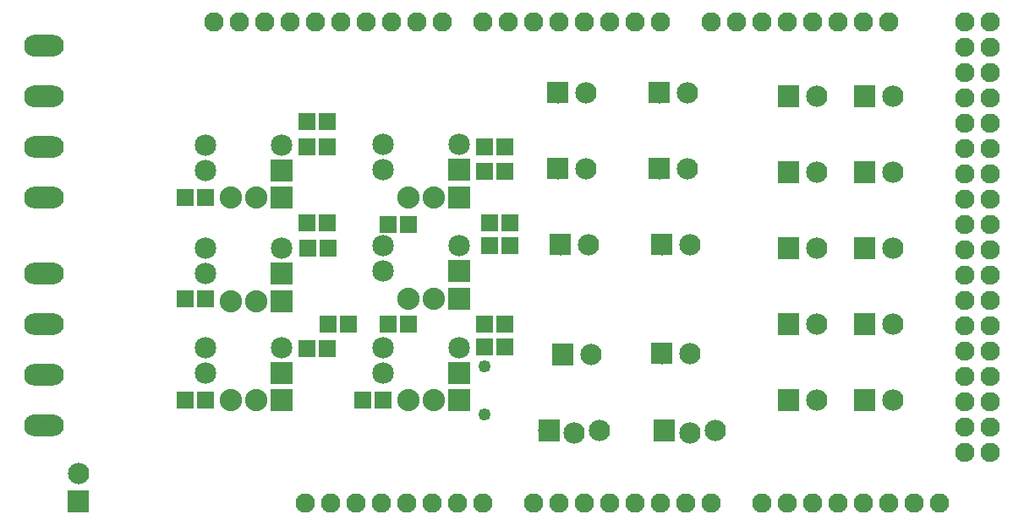
<source format=gts>
G04 MADE WITH FRITZING*
G04 WWW.FRITZING.ORG*
G04 DOUBLE SIDED*
G04 HOLES PLATED*
G04 CONTOUR ON CENTER OF CONTOUR VECTOR*
%ASAXBY*%
%FSLAX23Y23*%
%MOIN*%
%OFA0B0*%
%SFA1.0B1.0*%
%ADD10C,0.049370*%
%ADD11C,0.084000*%
%ADD12C,0.085000*%
%ADD13C,0.088000*%
%ADD14C,0.076194*%
%ADD15C,0.076222*%
%ADD16C,0.075993*%
%ADD17R,0.085000X0.085000*%
%ADD18R,0.088000X0.088000*%
%ADD19R,0.065118X0.069055*%
%ADD20R,0.001000X0.001000*%
%LNMASK1*%
G90*
G70*
G54D10*
X1813Y466D03*
X1813Y658D03*
G54D11*
X213Y123D03*
X213Y233D03*
X213Y123D03*
X213Y233D03*
X113Y1723D03*
X113Y1723D03*
X113Y1523D03*
X113Y1523D03*
X113Y1323D03*
X113Y1323D03*
X113Y1923D03*
X113Y1923D03*
X113Y1023D03*
X113Y1023D03*
X113Y823D03*
X113Y823D03*
X113Y623D03*
X113Y623D03*
X113Y423D03*
X113Y423D03*
X3313Y523D03*
X3423Y523D03*
X3313Y523D03*
X3423Y523D03*
X3013Y523D03*
X3123Y523D03*
X3013Y523D03*
X3123Y523D03*
X3313Y1423D03*
X3423Y1423D03*
X3313Y1423D03*
X3423Y1423D03*
X3013Y1423D03*
X3123Y1423D03*
X3013Y1423D03*
X3123Y1423D03*
X3013Y1723D03*
X3123Y1723D03*
X3013Y1723D03*
X3123Y1723D03*
X3013Y1123D03*
X3123Y1123D03*
X3013Y1123D03*
X3123Y1123D03*
X3313Y1723D03*
X3423Y1723D03*
X3313Y1723D03*
X3423Y1723D03*
X3013Y823D03*
X3123Y823D03*
X3013Y823D03*
X3123Y823D03*
X3313Y1123D03*
X3423Y1123D03*
X3313Y1123D03*
X3423Y1123D03*
X3313Y823D03*
X3423Y823D03*
X3313Y823D03*
X3423Y823D03*
X2503Y1738D03*
X2613Y1738D03*
X2503Y1738D03*
X2613Y1738D03*
X2503Y1438D03*
X2613Y1438D03*
X2503Y1438D03*
X2613Y1438D03*
X2513Y1138D03*
X2623Y1138D03*
X2513Y1138D03*
X2623Y1138D03*
X2103Y1738D03*
X2213Y1738D03*
X2103Y1738D03*
X2213Y1738D03*
X2103Y1438D03*
X2213Y1438D03*
X2103Y1438D03*
X2213Y1438D03*
X2113Y1138D03*
X2223Y1138D03*
X2113Y1138D03*
X2223Y1138D03*
X2513Y708D03*
X2623Y708D03*
X2513Y708D03*
X2623Y708D03*
X2123Y703D03*
X2233Y703D03*
X2123Y703D03*
X2233Y703D03*
G54D12*
X1013Y630D03*
X713Y630D03*
X1013Y730D03*
X713Y730D03*
X1013Y1023D03*
X713Y1023D03*
X1013Y1123D03*
X713Y1123D03*
X1013Y1430D03*
X713Y1430D03*
X1013Y1530D03*
X713Y1530D03*
X1713Y630D03*
X1413Y630D03*
X1713Y730D03*
X1413Y730D03*
X1713Y1033D03*
X1413Y1033D03*
X1713Y1133D03*
X1413Y1133D03*
X1713Y1433D03*
X1413Y1433D03*
X1713Y1533D03*
X1413Y1533D03*
G54D13*
X1713Y1323D03*
X1613Y1323D03*
X1513Y1323D03*
X1713Y923D03*
X1613Y923D03*
X1513Y923D03*
X1713Y523D03*
X1613Y523D03*
X1513Y523D03*
X1013Y1323D03*
X913Y1323D03*
X813Y1323D03*
X1013Y913D03*
X913Y913D03*
X813Y913D03*
X1013Y523D03*
X913Y523D03*
X813Y523D03*
G54D11*
X2068Y403D03*
X2168Y393D03*
X2268Y403D03*
X2068Y403D03*
X2168Y393D03*
X2268Y403D03*
G54D14*
X2908Y118D03*
X3008Y118D03*
X3108Y118D03*
X3208Y118D03*
X3308Y118D03*
X3408Y118D03*
X3508Y118D03*
X3608Y118D03*
X2008Y118D03*
X2108Y118D03*
X2208Y118D03*
X2308Y118D03*
X2408Y118D03*
X2508Y118D03*
X2608Y118D03*
X2708Y118D03*
G54D15*
X2708Y2018D03*
X2808Y2018D03*
X2908Y2018D03*
X3008Y2018D03*
X3108Y2018D03*
X3208Y2018D03*
X3308Y2018D03*
X3408Y2018D03*
G54D14*
X1108Y118D03*
X1208Y118D03*
X1308Y118D03*
X1408Y118D03*
X1508Y118D03*
X1608Y118D03*
X1708Y118D03*
X1808Y118D03*
G54D15*
X1648Y2018D03*
X1548Y2018D03*
X1448Y2018D03*
X1348Y2018D03*
X1248Y2018D03*
X1148Y2018D03*
X1048Y2018D03*
X948Y2018D03*
X848Y2018D03*
X748Y2018D03*
X2508Y2018D03*
X2408Y2018D03*
X2308Y2018D03*
X2208Y2018D03*
X2108Y2018D03*
X2008Y2018D03*
X1908Y2018D03*
X1808Y2018D03*
G54D16*
X3708Y2018D03*
X3808Y2018D03*
X3708Y1918D03*
X3808Y1918D03*
X3708Y1818D03*
X3808Y1818D03*
X3708Y1718D03*
X3808Y1718D03*
X3708Y1618D03*
X3808Y1618D03*
X3708Y1518D03*
X3808Y1518D03*
X3708Y1418D03*
X3808Y1418D03*
X3708Y1318D03*
X3808Y1318D03*
X3708Y1218D03*
X3808Y1218D03*
X3708Y1118D03*
X3808Y1118D03*
X3708Y1018D03*
X3808Y1018D03*
X3708Y918D03*
X3808Y918D03*
X3708Y818D03*
X3808Y818D03*
X3708Y718D03*
X3808Y718D03*
X3708Y618D03*
X3808Y618D03*
X3708Y518D03*
X3808Y518D03*
X3708Y418D03*
X3808Y418D03*
X3708Y318D03*
X3808Y318D03*
G54D11*
X2523Y403D03*
X2623Y393D03*
X2723Y403D03*
X2523Y403D03*
X2623Y393D03*
X2723Y403D03*
G54D17*
X1013Y630D03*
X1013Y1023D03*
X1013Y1430D03*
X1713Y630D03*
X1713Y1033D03*
X1713Y1433D03*
G54D18*
X1713Y1323D03*
X1713Y923D03*
X1713Y523D03*
X1013Y1323D03*
X1013Y913D03*
X1013Y523D03*
G54D19*
X1513Y1218D03*
X1432Y1218D03*
X1813Y1428D03*
X1894Y1428D03*
X1513Y823D03*
X1432Y823D03*
X1832Y1223D03*
X1913Y1223D03*
X1413Y523D03*
X1332Y523D03*
X1813Y823D03*
X1894Y823D03*
X713Y523D03*
X632Y523D03*
X1278Y823D03*
X1197Y823D03*
X713Y923D03*
X632Y923D03*
X1113Y1223D03*
X1194Y1223D03*
X1113Y1623D03*
X1194Y1623D03*
X713Y1323D03*
X632Y1323D03*
X1894Y1523D03*
X1813Y1523D03*
X1913Y1133D03*
X1832Y1133D03*
X1893Y733D03*
X1812Y733D03*
X1193Y728D03*
X1112Y728D03*
X1198Y1123D03*
X1117Y1123D03*
X1194Y1523D03*
X1113Y1523D03*
G54D20*
X34Y1965D02*
X117Y1965D01*
X29Y1964D02*
X122Y1964D01*
X25Y1963D02*
X125Y1963D01*
X23Y1962D02*
X128Y1962D01*
X21Y1961D02*
X130Y1961D01*
X19Y1960D02*
X132Y1960D01*
X17Y1959D02*
X134Y1959D01*
X15Y1958D02*
X136Y1958D01*
X14Y1957D02*
X137Y1957D01*
X13Y1956D02*
X138Y1956D01*
X11Y1955D02*
X139Y1955D01*
X10Y1954D02*
X141Y1954D01*
X9Y1953D02*
X142Y1953D01*
X8Y1952D02*
X143Y1952D01*
X7Y1951D02*
X143Y1951D01*
X6Y1950D02*
X144Y1950D01*
X6Y1949D02*
X145Y1949D01*
X5Y1948D02*
X146Y1948D01*
X4Y1947D02*
X147Y1947D01*
X4Y1946D02*
X147Y1946D01*
X3Y1945D02*
X148Y1945D01*
X2Y1944D02*
X148Y1944D01*
X2Y1943D02*
X149Y1943D01*
X1Y1942D02*
X149Y1942D01*
X1Y1941D02*
X150Y1941D01*
X0Y1940D02*
X108Y1940D01*
X117Y1940D02*
X150Y1940D01*
X0Y1939D02*
X105Y1939D01*
X120Y1939D02*
X151Y1939D01*
X0Y1938D02*
X103Y1938D01*
X122Y1938D02*
X151Y1938D01*
X0Y1937D02*
X102Y1937D01*
X123Y1937D02*
X151Y1937D01*
X0Y1936D02*
X101Y1936D01*
X124Y1936D02*
X152Y1936D01*
X0Y1935D02*
X100Y1935D01*
X125Y1935D02*
X152Y1935D01*
X0Y1934D02*
X99Y1934D01*
X126Y1934D02*
X152Y1934D01*
X0Y1933D02*
X98Y1933D01*
X127Y1933D02*
X153Y1933D01*
X0Y1932D02*
X97Y1932D01*
X128Y1932D02*
X153Y1932D01*
X0Y1931D02*
X97Y1931D01*
X128Y1931D02*
X153Y1931D01*
X0Y1930D02*
X96Y1930D01*
X129Y1930D02*
X153Y1930D01*
X0Y1929D02*
X96Y1929D01*
X129Y1929D02*
X153Y1929D01*
X0Y1928D02*
X96Y1928D01*
X129Y1928D02*
X154Y1928D01*
X0Y1927D02*
X95Y1927D01*
X130Y1927D02*
X154Y1927D01*
X0Y1926D02*
X95Y1926D01*
X130Y1926D02*
X154Y1926D01*
X0Y1925D02*
X95Y1925D01*
X130Y1925D02*
X154Y1925D01*
X0Y1924D02*
X95Y1924D01*
X130Y1924D02*
X154Y1924D01*
X0Y1923D02*
X95Y1923D01*
X130Y1923D02*
X154Y1923D01*
X0Y1922D02*
X95Y1922D01*
X130Y1922D02*
X154Y1922D01*
X0Y1921D02*
X95Y1921D01*
X130Y1921D02*
X154Y1921D01*
X0Y1920D02*
X95Y1920D01*
X130Y1920D02*
X154Y1920D01*
X0Y1919D02*
X95Y1919D01*
X129Y1919D02*
X154Y1919D01*
X0Y1918D02*
X96Y1918D01*
X129Y1918D02*
X153Y1918D01*
X0Y1917D02*
X96Y1917D01*
X129Y1917D02*
X153Y1917D01*
X0Y1916D02*
X97Y1916D01*
X128Y1916D02*
X153Y1916D01*
X0Y1915D02*
X97Y1915D01*
X128Y1915D02*
X153Y1915D01*
X0Y1914D02*
X98Y1914D01*
X127Y1914D02*
X153Y1914D01*
X0Y1913D02*
X98Y1913D01*
X126Y1913D02*
X152Y1913D01*
X0Y1912D02*
X99Y1912D01*
X125Y1912D02*
X152Y1912D01*
X0Y1911D02*
X100Y1911D01*
X124Y1911D02*
X152Y1911D01*
X0Y1910D02*
X101Y1910D01*
X123Y1910D02*
X152Y1910D01*
X0Y1909D02*
X103Y1909D01*
X122Y1909D02*
X151Y1909D01*
X0Y1908D02*
X105Y1908D01*
X120Y1908D02*
X151Y1908D01*
X0Y1907D02*
X107Y1907D01*
X117Y1907D02*
X150Y1907D01*
X1Y1906D02*
X150Y1906D01*
X1Y1905D02*
X149Y1905D01*
X2Y1904D02*
X149Y1904D01*
X2Y1903D02*
X148Y1903D01*
X3Y1902D02*
X148Y1902D01*
X3Y1901D02*
X147Y1901D01*
X4Y1900D02*
X147Y1900D01*
X5Y1899D02*
X146Y1899D01*
X6Y1898D02*
X145Y1898D01*
X6Y1897D02*
X144Y1897D01*
X7Y1896D02*
X144Y1896D01*
X8Y1895D02*
X143Y1895D01*
X9Y1894D02*
X142Y1894D01*
X10Y1893D02*
X141Y1893D01*
X11Y1892D02*
X140Y1892D01*
X12Y1891D02*
X139Y1891D01*
X14Y1890D02*
X137Y1890D01*
X15Y1889D02*
X136Y1889D01*
X16Y1888D02*
X134Y1888D01*
X18Y1887D02*
X133Y1887D01*
X20Y1886D02*
X131Y1886D01*
X22Y1885D02*
X129Y1885D01*
X25Y1884D02*
X126Y1884D01*
X28Y1883D02*
X123Y1883D01*
X32Y1882D02*
X119Y1882D01*
X2061Y1780D02*
X2144Y1780D01*
X2461Y1780D02*
X2543Y1780D01*
X2061Y1779D02*
X2144Y1779D01*
X2461Y1779D02*
X2544Y1779D01*
X2061Y1778D02*
X2144Y1778D01*
X2461Y1778D02*
X2544Y1778D01*
X2061Y1777D02*
X2144Y1777D01*
X2461Y1777D02*
X2544Y1777D01*
X2061Y1776D02*
X2144Y1776D01*
X2461Y1776D02*
X2544Y1776D01*
X2061Y1775D02*
X2144Y1775D01*
X2461Y1775D02*
X2544Y1775D01*
X2061Y1774D02*
X2144Y1774D01*
X2461Y1774D02*
X2544Y1774D01*
X2061Y1773D02*
X2144Y1773D01*
X2461Y1773D02*
X2544Y1773D01*
X2061Y1772D02*
X2144Y1772D01*
X2461Y1772D02*
X2544Y1772D01*
X2061Y1771D02*
X2144Y1771D01*
X2461Y1771D02*
X2544Y1771D01*
X2061Y1770D02*
X2144Y1770D01*
X2461Y1770D02*
X2544Y1770D01*
X2061Y1769D02*
X2144Y1769D01*
X2461Y1769D02*
X2544Y1769D01*
X2061Y1768D02*
X2144Y1768D01*
X2461Y1768D02*
X2544Y1768D01*
X2061Y1767D02*
X2144Y1767D01*
X2461Y1767D02*
X2544Y1767D01*
X2061Y1766D02*
X2144Y1766D01*
X2461Y1766D02*
X2544Y1766D01*
X34Y1765D02*
X117Y1765D01*
X2061Y1765D02*
X2144Y1765D01*
X2461Y1765D02*
X2544Y1765D01*
X2971Y1765D02*
X3053Y1765D01*
X3270Y1765D02*
X3353Y1765D01*
X29Y1764D02*
X122Y1764D01*
X2061Y1764D02*
X2144Y1764D01*
X2461Y1764D02*
X2544Y1764D01*
X2970Y1764D02*
X3053Y1764D01*
X3270Y1764D02*
X3353Y1764D01*
X25Y1763D02*
X125Y1763D01*
X2061Y1763D02*
X2144Y1763D01*
X2461Y1763D02*
X2544Y1763D01*
X2970Y1763D02*
X3053Y1763D01*
X3270Y1763D02*
X3353Y1763D01*
X23Y1762D02*
X128Y1762D01*
X2061Y1762D02*
X2144Y1762D01*
X2461Y1762D02*
X2544Y1762D01*
X2970Y1762D02*
X3053Y1762D01*
X3270Y1762D02*
X3353Y1762D01*
X20Y1761D02*
X130Y1761D01*
X2061Y1761D02*
X2144Y1761D01*
X2461Y1761D02*
X2544Y1761D01*
X2970Y1761D02*
X3053Y1761D01*
X3270Y1761D02*
X3353Y1761D01*
X18Y1760D02*
X132Y1760D01*
X2061Y1760D02*
X2144Y1760D01*
X2461Y1760D02*
X2544Y1760D01*
X2970Y1760D02*
X3053Y1760D01*
X3270Y1760D02*
X3353Y1760D01*
X17Y1759D02*
X134Y1759D01*
X2061Y1759D02*
X2144Y1759D01*
X2461Y1759D02*
X2544Y1759D01*
X2970Y1759D02*
X3053Y1759D01*
X3270Y1759D02*
X3353Y1759D01*
X15Y1758D02*
X136Y1758D01*
X2061Y1758D02*
X2144Y1758D01*
X2461Y1758D02*
X2544Y1758D01*
X2970Y1758D02*
X3053Y1758D01*
X3270Y1758D02*
X3353Y1758D01*
X14Y1757D02*
X137Y1757D01*
X2061Y1757D02*
X2144Y1757D01*
X2461Y1757D02*
X2544Y1757D01*
X2970Y1757D02*
X3053Y1757D01*
X3270Y1757D02*
X3353Y1757D01*
X12Y1756D02*
X138Y1756D01*
X2061Y1756D02*
X2144Y1756D01*
X2461Y1756D02*
X2544Y1756D01*
X2970Y1756D02*
X3053Y1756D01*
X3270Y1756D02*
X3353Y1756D01*
X11Y1755D02*
X139Y1755D01*
X2061Y1755D02*
X2144Y1755D01*
X2461Y1755D02*
X2544Y1755D01*
X2970Y1755D02*
X3053Y1755D01*
X3270Y1755D02*
X3353Y1755D01*
X10Y1754D02*
X141Y1754D01*
X2061Y1754D02*
X2144Y1754D01*
X2461Y1754D02*
X2544Y1754D01*
X2970Y1754D02*
X3053Y1754D01*
X3270Y1754D02*
X3353Y1754D01*
X9Y1753D02*
X142Y1753D01*
X2061Y1753D02*
X2098Y1753D01*
X2106Y1753D02*
X2144Y1753D01*
X2461Y1753D02*
X2498Y1753D01*
X2506Y1753D02*
X2544Y1753D01*
X2970Y1753D02*
X3053Y1753D01*
X3270Y1753D02*
X3353Y1753D01*
X8Y1752D02*
X143Y1752D01*
X2061Y1752D02*
X2095Y1752D01*
X2109Y1752D02*
X2144Y1752D01*
X2461Y1752D02*
X2495Y1752D01*
X2509Y1752D02*
X2544Y1752D01*
X2970Y1752D02*
X3053Y1752D01*
X3270Y1752D02*
X3353Y1752D01*
X7Y1751D02*
X143Y1751D01*
X2061Y1751D02*
X2093Y1751D01*
X2111Y1751D02*
X2144Y1751D01*
X2461Y1751D02*
X2493Y1751D01*
X2511Y1751D02*
X2544Y1751D01*
X2970Y1751D02*
X3053Y1751D01*
X3270Y1751D02*
X3353Y1751D01*
X6Y1750D02*
X144Y1750D01*
X2061Y1750D02*
X2092Y1750D01*
X2112Y1750D02*
X2144Y1750D01*
X2461Y1750D02*
X2492Y1750D01*
X2512Y1750D02*
X2544Y1750D01*
X2970Y1750D02*
X3053Y1750D01*
X3270Y1750D02*
X3353Y1750D01*
X6Y1749D02*
X145Y1749D01*
X2061Y1749D02*
X2091Y1749D01*
X2113Y1749D02*
X2144Y1749D01*
X2461Y1749D02*
X2491Y1749D01*
X2513Y1749D02*
X2544Y1749D01*
X2970Y1749D02*
X3053Y1749D01*
X3270Y1749D02*
X3353Y1749D01*
X5Y1748D02*
X146Y1748D01*
X2061Y1748D02*
X2090Y1748D01*
X2114Y1748D02*
X2144Y1748D01*
X2461Y1748D02*
X2490Y1748D01*
X2514Y1748D02*
X2544Y1748D01*
X2970Y1748D02*
X3053Y1748D01*
X3270Y1748D02*
X3353Y1748D01*
X4Y1747D02*
X147Y1747D01*
X2061Y1747D02*
X2089Y1747D01*
X2115Y1747D02*
X2144Y1747D01*
X2461Y1747D02*
X2489Y1747D01*
X2515Y1747D02*
X2544Y1747D01*
X2970Y1747D02*
X3053Y1747D01*
X3270Y1747D02*
X3353Y1747D01*
X4Y1746D02*
X147Y1746D01*
X2061Y1746D02*
X2089Y1746D01*
X2116Y1746D02*
X2144Y1746D01*
X2461Y1746D02*
X2489Y1746D01*
X2515Y1746D02*
X2544Y1746D01*
X2970Y1746D02*
X3053Y1746D01*
X3270Y1746D02*
X3353Y1746D01*
X3Y1745D02*
X148Y1745D01*
X2061Y1745D02*
X2088Y1745D01*
X2116Y1745D02*
X2144Y1745D01*
X2461Y1745D02*
X2488Y1745D01*
X2516Y1745D02*
X2544Y1745D01*
X2970Y1745D02*
X3053Y1745D01*
X3270Y1745D02*
X3353Y1745D01*
X2Y1744D02*
X148Y1744D01*
X2061Y1744D02*
X2088Y1744D01*
X2117Y1744D02*
X2144Y1744D01*
X2461Y1744D02*
X2488Y1744D01*
X2517Y1744D02*
X2544Y1744D01*
X2970Y1744D02*
X3053Y1744D01*
X3270Y1744D02*
X3353Y1744D01*
X2Y1743D02*
X149Y1743D01*
X2061Y1743D02*
X2087Y1743D01*
X2117Y1743D02*
X2144Y1743D01*
X2461Y1743D02*
X2487Y1743D01*
X2517Y1743D02*
X2544Y1743D01*
X2970Y1743D02*
X3053Y1743D01*
X3270Y1743D02*
X3353Y1743D01*
X1Y1742D02*
X149Y1742D01*
X2061Y1742D02*
X2087Y1742D01*
X2117Y1742D02*
X2144Y1742D01*
X2461Y1742D02*
X2487Y1742D01*
X2517Y1742D02*
X2544Y1742D01*
X2970Y1742D02*
X3053Y1742D01*
X3270Y1742D02*
X3353Y1742D01*
X1Y1741D02*
X150Y1741D01*
X2061Y1741D02*
X2087Y1741D01*
X2117Y1741D02*
X2144Y1741D01*
X2461Y1741D02*
X2487Y1741D01*
X2517Y1741D02*
X2544Y1741D01*
X2970Y1741D02*
X3053Y1741D01*
X3270Y1741D02*
X3353Y1741D01*
X0Y1740D02*
X108Y1740D01*
X117Y1740D02*
X150Y1740D01*
X2061Y1740D02*
X2087Y1740D01*
X2117Y1740D02*
X2144Y1740D01*
X2461Y1740D02*
X2487Y1740D01*
X2517Y1740D02*
X2544Y1740D01*
X2970Y1740D02*
X3053Y1740D01*
X3270Y1740D02*
X3353Y1740D01*
X0Y1739D02*
X105Y1739D01*
X120Y1739D02*
X151Y1739D01*
X2061Y1739D02*
X2087Y1739D01*
X2118Y1739D02*
X2144Y1739D01*
X2461Y1739D02*
X2487Y1739D01*
X2517Y1739D02*
X2544Y1739D01*
X2970Y1739D02*
X3053Y1739D01*
X3270Y1739D02*
X3353Y1739D01*
X0Y1738D02*
X103Y1738D01*
X122Y1738D02*
X151Y1738D01*
X2061Y1738D02*
X2087Y1738D01*
X2118Y1738D02*
X2144Y1738D01*
X2461Y1738D02*
X2487Y1738D01*
X2517Y1738D02*
X2544Y1738D01*
X2970Y1738D02*
X3008Y1738D01*
X3016Y1738D02*
X3053Y1738D01*
X3270Y1738D02*
X3308Y1738D01*
X3316Y1738D02*
X3353Y1738D01*
X0Y1737D02*
X102Y1737D01*
X123Y1737D02*
X151Y1737D01*
X2061Y1737D02*
X2087Y1737D01*
X2117Y1737D02*
X2144Y1737D01*
X2461Y1737D02*
X2487Y1737D01*
X2517Y1737D02*
X2544Y1737D01*
X2970Y1737D02*
X3005Y1737D01*
X3019Y1737D02*
X3053Y1737D01*
X3270Y1737D02*
X3305Y1737D01*
X3319Y1737D02*
X3353Y1737D01*
X0Y1736D02*
X101Y1736D01*
X124Y1736D02*
X152Y1736D01*
X2061Y1736D02*
X2087Y1736D01*
X2117Y1736D02*
X2144Y1736D01*
X2461Y1736D02*
X2487Y1736D01*
X2517Y1736D02*
X2544Y1736D01*
X2970Y1736D02*
X3003Y1736D01*
X3021Y1736D02*
X3053Y1736D01*
X3270Y1736D02*
X3303Y1736D01*
X3321Y1736D02*
X3353Y1736D01*
X0Y1735D02*
X100Y1735D01*
X125Y1735D02*
X152Y1735D01*
X2061Y1735D02*
X2087Y1735D01*
X2117Y1735D02*
X2144Y1735D01*
X2461Y1735D02*
X2487Y1735D01*
X2517Y1735D02*
X2544Y1735D01*
X2970Y1735D02*
X3002Y1735D01*
X3022Y1735D02*
X3053Y1735D01*
X3270Y1735D02*
X3302Y1735D01*
X3322Y1735D02*
X3353Y1735D01*
X0Y1734D02*
X99Y1734D01*
X126Y1734D02*
X152Y1734D01*
X2061Y1734D02*
X2087Y1734D01*
X2117Y1734D02*
X2144Y1734D01*
X2461Y1734D02*
X2487Y1734D01*
X2517Y1734D02*
X2544Y1734D01*
X2970Y1734D02*
X3001Y1734D01*
X3023Y1734D02*
X3053Y1734D01*
X3270Y1734D02*
X3301Y1734D01*
X3323Y1734D02*
X3353Y1734D01*
X0Y1733D02*
X98Y1733D01*
X127Y1733D02*
X153Y1733D01*
X2061Y1733D02*
X2088Y1733D01*
X2117Y1733D02*
X2144Y1733D01*
X2461Y1733D02*
X2487Y1733D01*
X2517Y1733D02*
X2544Y1733D01*
X2970Y1733D02*
X3000Y1733D01*
X3024Y1733D02*
X3053Y1733D01*
X3270Y1733D02*
X3300Y1733D01*
X3324Y1733D02*
X3353Y1733D01*
X0Y1732D02*
X97Y1732D01*
X128Y1732D02*
X153Y1732D01*
X2061Y1732D02*
X2088Y1732D01*
X2116Y1732D02*
X2144Y1732D01*
X2461Y1732D02*
X2488Y1732D01*
X2516Y1732D02*
X2544Y1732D01*
X2970Y1732D02*
X2999Y1732D01*
X3025Y1732D02*
X3053Y1732D01*
X3270Y1732D02*
X3299Y1732D01*
X3325Y1732D02*
X3353Y1732D01*
X0Y1731D02*
X97Y1731D01*
X128Y1731D02*
X153Y1731D01*
X2061Y1731D02*
X2089Y1731D01*
X2116Y1731D02*
X2144Y1731D01*
X2461Y1731D02*
X2488Y1731D01*
X2516Y1731D02*
X2544Y1731D01*
X2970Y1731D02*
X2999Y1731D01*
X3025Y1731D02*
X3053Y1731D01*
X3270Y1731D02*
X3298Y1731D01*
X3325Y1731D02*
X3353Y1731D01*
X0Y1730D02*
X96Y1730D01*
X129Y1730D02*
X153Y1730D01*
X2061Y1730D02*
X2089Y1730D01*
X2115Y1730D02*
X2144Y1730D01*
X2461Y1730D02*
X2489Y1730D01*
X2515Y1730D02*
X2544Y1730D01*
X2970Y1730D02*
X2998Y1730D01*
X3026Y1730D02*
X3053Y1730D01*
X3270Y1730D02*
X3298Y1730D01*
X3326Y1730D02*
X3353Y1730D01*
X0Y1729D02*
X96Y1729D01*
X129Y1729D02*
X153Y1729D01*
X2061Y1729D02*
X2090Y1729D01*
X2114Y1729D02*
X2144Y1729D01*
X2461Y1729D02*
X2490Y1729D01*
X2514Y1729D02*
X2544Y1729D01*
X2970Y1729D02*
X2997Y1729D01*
X3026Y1729D02*
X3053Y1729D01*
X3270Y1729D02*
X3297Y1729D01*
X3326Y1729D02*
X3353Y1729D01*
X0Y1728D02*
X96Y1728D01*
X129Y1728D02*
X154Y1728D01*
X2061Y1728D02*
X2091Y1728D01*
X2113Y1728D02*
X2144Y1728D01*
X2461Y1728D02*
X2491Y1728D01*
X2513Y1728D02*
X2544Y1728D01*
X2970Y1728D02*
X2997Y1728D01*
X3027Y1728D02*
X3053Y1728D01*
X3270Y1728D02*
X3297Y1728D01*
X3327Y1728D02*
X3353Y1728D01*
X0Y1727D02*
X95Y1727D01*
X130Y1727D02*
X154Y1727D01*
X2061Y1727D02*
X2092Y1727D01*
X2112Y1727D02*
X2144Y1727D01*
X2461Y1727D02*
X2492Y1727D01*
X2512Y1727D02*
X2544Y1727D01*
X2970Y1727D02*
X2997Y1727D01*
X3027Y1727D02*
X3053Y1727D01*
X3270Y1727D02*
X3297Y1727D01*
X3327Y1727D02*
X3353Y1727D01*
X0Y1726D02*
X95Y1726D01*
X130Y1726D02*
X154Y1726D01*
X2061Y1726D02*
X2093Y1726D01*
X2111Y1726D02*
X2144Y1726D01*
X2461Y1726D02*
X2493Y1726D01*
X2511Y1726D02*
X2544Y1726D01*
X2970Y1726D02*
X2997Y1726D01*
X3027Y1726D02*
X3053Y1726D01*
X3270Y1726D02*
X3297Y1726D01*
X3327Y1726D02*
X3353Y1726D01*
X0Y1725D02*
X95Y1725D01*
X130Y1725D02*
X154Y1725D01*
X2061Y1725D02*
X2095Y1725D01*
X2109Y1725D02*
X2144Y1725D01*
X2461Y1725D02*
X2495Y1725D01*
X2509Y1725D02*
X2544Y1725D01*
X2970Y1725D02*
X2997Y1725D01*
X3027Y1725D02*
X3053Y1725D01*
X3270Y1725D02*
X3297Y1725D01*
X3327Y1725D02*
X3353Y1725D01*
X0Y1724D02*
X95Y1724D01*
X130Y1724D02*
X154Y1724D01*
X2061Y1724D02*
X2097Y1724D01*
X2107Y1724D02*
X2144Y1724D01*
X2461Y1724D02*
X2497Y1724D01*
X2507Y1724D02*
X2544Y1724D01*
X2970Y1724D02*
X2997Y1724D01*
X3027Y1724D02*
X3053Y1724D01*
X3270Y1724D02*
X3296Y1724D01*
X3327Y1724D02*
X3353Y1724D01*
X0Y1723D02*
X95Y1723D01*
X130Y1723D02*
X154Y1723D01*
X2061Y1723D02*
X2144Y1723D01*
X2461Y1723D02*
X2544Y1723D01*
X2970Y1723D02*
X2997Y1723D01*
X3027Y1723D02*
X3053Y1723D01*
X3270Y1723D02*
X3296Y1723D01*
X3327Y1723D02*
X3353Y1723D01*
X0Y1722D02*
X95Y1722D01*
X130Y1722D02*
X154Y1722D01*
X2061Y1722D02*
X2144Y1722D01*
X2461Y1722D02*
X2544Y1722D01*
X2970Y1722D02*
X2997Y1722D01*
X3027Y1722D02*
X3053Y1722D01*
X3270Y1722D02*
X3297Y1722D01*
X3327Y1722D02*
X3353Y1722D01*
X0Y1721D02*
X95Y1721D01*
X130Y1721D02*
X154Y1721D01*
X2061Y1721D02*
X2144Y1721D01*
X2461Y1721D02*
X2544Y1721D01*
X2970Y1721D02*
X2997Y1721D01*
X3027Y1721D02*
X3053Y1721D01*
X3270Y1721D02*
X3297Y1721D01*
X3327Y1721D02*
X3353Y1721D01*
X0Y1720D02*
X95Y1720D01*
X130Y1720D02*
X154Y1720D01*
X2061Y1720D02*
X2144Y1720D01*
X2461Y1720D02*
X2544Y1720D01*
X2970Y1720D02*
X2997Y1720D01*
X3027Y1720D02*
X3053Y1720D01*
X3270Y1720D02*
X3297Y1720D01*
X3327Y1720D02*
X3353Y1720D01*
X0Y1719D02*
X95Y1719D01*
X129Y1719D02*
X154Y1719D01*
X2061Y1719D02*
X2144Y1719D01*
X2461Y1719D02*
X2544Y1719D01*
X2970Y1719D02*
X2997Y1719D01*
X3027Y1719D02*
X3053Y1719D01*
X3270Y1719D02*
X3297Y1719D01*
X3327Y1719D02*
X3353Y1719D01*
X0Y1718D02*
X96Y1718D01*
X129Y1718D02*
X153Y1718D01*
X2061Y1718D02*
X2144Y1718D01*
X2461Y1718D02*
X2544Y1718D01*
X2970Y1718D02*
X2997Y1718D01*
X3027Y1718D02*
X3053Y1718D01*
X3270Y1718D02*
X3297Y1718D01*
X3326Y1718D02*
X3353Y1718D01*
X0Y1717D02*
X96Y1717D01*
X129Y1717D02*
X153Y1717D01*
X2061Y1717D02*
X2144Y1717D01*
X2461Y1717D02*
X2544Y1717D01*
X2970Y1717D02*
X2998Y1717D01*
X3026Y1717D02*
X3053Y1717D01*
X3270Y1717D02*
X3298Y1717D01*
X3326Y1717D02*
X3353Y1717D01*
X0Y1716D02*
X97Y1716D01*
X128Y1716D02*
X153Y1716D01*
X2061Y1716D02*
X2144Y1716D01*
X2461Y1716D02*
X2544Y1716D01*
X2970Y1716D02*
X2998Y1716D01*
X3026Y1716D02*
X3053Y1716D01*
X3270Y1716D02*
X3298Y1716D01*
X3325Y1716D02*
X3353Y1716D01*
X0Y1715D02*
X97Y1715D01*
X128Y1715D02*
X153Y1715D01*
X2061Y1715D02*
X2144Y1715D01*
X2461Y1715D02*
X2544Y1715D01*
X2970Y1715D02*
X2999Y1715D01*
X3025Y1715D02*
X3053Y1715D01*
X3270Y1715D02*
X3299Y1715D01*
X3325Y1715D02*
X3353Y1715D01*
X0Y1714D02*
X98Y1714D01*
X127Y1714D02*
X153Y1714D01*
X2061Y1714D02*
X2144Y1714D01*
X2461Y1714D02*
X2544Y1714D01*
X2970Y1714D02*
X3000Y1714D01*
X3024Y1714D02*
X3053Y1714D01*
X3270Y1714D02*
X3300Y1714D01*
X3324Y1714D02*
X3353Y1714D01*
X0Y1713D02*
X98Y1713D01*
X126Y1713D02*
X152Y1713D01*
X2061Y1713D02*
X2144Y1713D01*
X2461Y1713D02*
X2544Y1713D01*
X2970Y1713D02*
X3001Y1713D01*
X3023Y1713D02*
X3053Y1713D01*
X3270Y1713D02*
X3301Y1713D01*
X3323Y1713D02*
X3353Y1713D01*
X0Y1712D02*
X99Y1712D01*
X125Y1712D02*
X152Y1712D01*
X2061Y1712D02*
X2144Y1712D01*
X2461Y1712D02*
X2544Y1712D01*
X2970Y1712D02*
X3002Y1712D01*
X3022Y1712D02*
X3053Y1712D01*
X3270Y1712D02*
X3302Y1712D01*
X3322Y1712D02*
X3353Y1712D01*
X0Y1711D02*
X100Y1711D01*
X124Y1711D02*
X152Y1711D01*
X2061Y1711D02*
X2144Y1711D01*
X2461Y1711D02*
X2544Y1711D01*
X2970Y1711D02*
X3003Y1711D01*
X3021Y1711D02*
X3053Y1711D01*
X3270Y1711D02*
X3303Y1711D01*
X3321Y1711D02*
X3353Y1711D01*
X0Y1710D02*
X102Y1710D01*
X123Y1710D02*
X152Y1710D01*
X2061Y1710D02*
X2144Y1710D01*
X2461Y1710D02*
X2544Y1710D01*
X2970Y1710D02*
X3005Y1710D01*
X3019Y1710D02*
X3053Y1710D01*
X3270Y1710D02*
X3305Y1710D01*
X3319Y1710D02*
X3353Y1710D01*
X0Y1709D02*
X103Y1709D01*
X122Y1709D02*
X151Y1709D01*
X2061Y1709D02*
X2144Y1709D01*
X2461Y1709D02*
X2544Y1709D01*
X2970Y1709D02*
X3007Y1709D01*
X3017Y1709D02*
X3053Y1709D01*
X3270Y1709D02*
X3307Y1709D01*
X3317Y1709D02*
X3353Y1709D01*
X0Y1708D02*
X105Y1708D01*
X120Y1708D02*
X151Y1708D01*
X2061Y1708D02*
X2144Y1708D01*
X2461Y1708D02*
X2544Y1708D01*
X2970Y1708D02*
X3053Y1708D01*
X3270Y1708D02*
X3353Y1708D01*
X0Y1707D02*
X107Y1707D01*
X117Y1707D02*
X150Y1707D01*
X2061Y1707D02*
X2144Y1707D01*
X2461Y1707D02*
X2544Y1707D01*
X2970Y1707D02*
X3053Y1707D01*
X3270Y1707D02*
X3353Y1707D01*
X1Y1706D02*
X150Y1706D01*
X2061Y1706D02*
X2144Y1706D01*
X2461Y1706D02*
X2544Y1706D01*
X2970Y1706D02*
X3053Y1706D01*
X3270Y1706D02*
X3353Y1706D01*
X1Y1705D02*
X149Y1705D01*
X2061Y1705D02*
X2144Y1705D01*
X2461Y1705D02*
X2544Y1705D01*
X2970Y1705D02*
X3053Y1705D01*
X3270Y1705D02*
X3353Y1705D01*
X2Y1704D02*
X149Y1704D01*
X2061Y1704D02*
X2144Y1704D01*
X2461Y1704D02*
X2544Y1704D01*
X2970Y1704D02*
X3053Y1704D01*
X3270Y1704D02*
X3353Y1704D01*
X2Y1703D02*
X148Y1703D01*
X2061Y1703D02*
X2144Y1703D01*
X2461Y1703D02*
X2544Y1703D01*
X2970Y1703D02*
X3053Y1703D01*
X3270Y1703D02*
X3353Y1703D01*
X3Y1702D02*
X148Y1702D01*
X2061Y1702D02*
X2144Y1702D01*
X2461Y1702D02*
X2544Y1702D01*
X2970Y1702D02*
X3053Y1702D01*
X3270Y1702D02*
X3353Y1702D01*
X3Y1701D02*
X147Y1701D01*
X2061Y1701D02*
X2144Y1701D01*
X2461Y1701D02*
X2544Y1701D01*
X2970Y1701D02*
X3053Y1701D01*
X3270Y1701D02*
X3353Y1701D01*
X4Y1700D02*
X147Y1700D01*
X2061Y1700D02*
X2144Y1700D01*
X2461Y1700D02*
X2544Y1700D01*
X2970Y1700D02*
X3053Y1700D01*
X3270Y1700D02*
X3353Y1700D01*
X5Y1699D02*
X146Y1699D01*
X2061Y1699D02*
X2144Y1699D01*
X2461Y1699D02*
X2544Y1699D01*
X2970Y1699D02*
X3053Y1699D01*
X3270Y1699D02*
X3353Y1699D01*
X6Y1698D02*
X145Y1698D01*
X2061Y1698D02*
X2144Y1698D01*
X2461Y1698D02*
X2544Y1698D01*
X2970Y1698D02*
X3053Y1698D01*
X3270Y1698D02*
X3353Y1698D01*
X6Y1697D02*
X144Y1697D01*
X2061Y1697D02*
X2144Y1697D01*
X2461Y1697D02*
X2544Y1697D01*
X2970Y1697D02*
X3053Y1697D01*
X3270Y1697D02*
X3353Y1697D01*
X7Y1696D02*
X144Y1696D01*
X2970Y1696D02*
X3053Y1696D01*
X3270Y1696D02*
X3353Y1696D01*
X8Y1695D02*
X143Y1695D01*
X2970Y1695D02*
X3053Y1695D01*
X3270Y1695D02*
X3353Y1695D01*
X9Y1694D02*
X142Y1694D01*
X2970Y1694D02*
X3053Y1694D01*
X3270Y1694D02*
X3353Y1694D01*
X10Y1693D02*
X141Y1693D01*
X2970Y1693D02*
X3053Y1693D01*
X3270Y1693D02*
X3353Y1693D01*
X11Y1692D02*
X140Y1692D01*
X2970Y1692D02*
X3053Y1692D01*
X3270Y1692D02*
X3353Y1692D01*
X12Y1691D02*
X139Y1691D01*
X2970Y1691D02*
X3053Y1691D01*
X3270Y1691D02*
X3353Y1691D01*
X14Y1690D02*
X137Y1690D01*
X2970Y1690D02*
X3053Y1690D01*
X3270Y1690D02*
X3353Y1690D01*
X15Y1689D02*
X136Y1689D01*
X2970Y1689D02*
X3053Y1689D01*
X3270Y1689D02*
X3353Y1689D01*
X16Y1688D02*
X134Y1688D01*
X2970Y1688D02*
X3053Y1688D01*
X3270Y1688D02*
X3353Y1688D01*
X18Y1687D02*
X133Y1687D01*
X2970Y1687D02*
X3053Y1687D01*
X3270Y1687D02*
X3353Y1687D01*
X20Y1686D02*
X131Y1686D01*
X2970Y1686D02*
X3053Y1686D01*
X3270Y1686D02*
X3353Y1686D01*
X22Y1685D02*
X129Y1685D01*
X2970Y1685D02*
X3053Y1685D01*
X3270Y1685D02*
X3353Y1685D01*
X25Y1684D02*
X126Y1684D01*
X2970Y1684D02*
X3053Y1684D01*
X3270Y1684D02*
X3353Y1684D01*
X28Y1683D02*
X123Y1683D01*
X2970Y1683D02*
X3053Y1683D01*
X3270Y1683D02*
X3353Y1683D01*
X32Y1682D02*
X118Y1682D01*
X2970Y1682D02*
X3053Y1682D01*
X3270Y1682D02*
X3353Y1682D01*
X33Y1565D02*
X117Y1565D01*
X28Y1564D02*
X122Y1564D01*
X25Y1563D02*
X126Y1563D01*
X23Y1562D02*
X128Y1562D01*
X20Y1561D02*
X130Y1561D01*
X18Y1560D02*
X132Y1560D01*
X17Y1559D02*
X134Y1559D01*
X15Y1558D02*
X136Y1558D01*
X14Y1557D02*
X137Y1557D01*
X12Y1556D02*
X138Y1556D01*
X11Y1555D02*
X139Y1555D01*
X10Y1554D02*
X141Y1554D01*
X9Y1553D02*
X142Y1553D01*
X8Y1552D02*
X143Y1552D01*
X7Y1551D02*
X143Y1551D01*
X6Y1550D02*
X144Y1550D01*
X6Y1549D02*
X145Y1549D01*
X5Y1548D02*
X146Y1548D01*
X4Y1547D02*
X147Y1547D01*
X4Y1546D02*
X147Y1546D01*
X3Y1545D02*
X148Y1545D01*
X2Y1544D02*
X148Y1544D01*
X2Y1543D02*
X149Y1543D01*
X1Y1542D02*
X149Y1542D01*
X1Y1541D02*
X150Y1541D01*
X0Y1540D02*
X108Y1540D01*
X117Y1540D02*
X150Y1540D01*
X0Y1539D02*
X105Y1539D01*
X120Y1539D02*
X151Y1539D01*
X0Y1538D02*
X103Y1538D01*
X122Y1538D02*
X151Y1538D01*
X0Y1537D02*
X102Y1537D01*
X123Y1537D02*
X151Y1537D01*
X0Y1536D02*
X101Y1536D01*
X124Y1536D02*
X152Y1536D01*
X0Y1535D02*
X99Y1535D01*
X125Y1535D02*
X152Y1535D01*
X0Y1534D02*
X99Y1534D01*
X126Y1534D02*
X152Y1534D01*
X0Y1533D02*
X98Y1533D01*
X127Y1533D02*
X153Y1533D01*
X0Y1532D02*
X97Y1532D01*
X128Y1532D02*
X153Y1532D01*
X0Y1531D02*
X97Y1531D01*
X128Y1531D02*
X153Y1531D01*
X0Y1530D02*
X96Y1530D01*
X129Y1530D02*
X153Y1530D01*
X0Y1529D02*
X96Y1529D01*
X129Y1529D02*
X153Y1529D01*
X0Y1528D02*
X95Y1528D01*
X129Y1528D02*
X154Y1528D01*
X0Y1527D02*
X95Y1527D01*
X130Y1527D02*
X154Y1527D01*
X0Y1526D02*
X95Y1526D01*
X130Y1526D02*
X154Y1526D01*
X0Y1525D02*
X95Y1525D01*
X130Y1525D02*
X154Y1525D01*
X0Y1524D02*
X95Y1524D01*
X130Y1524D02*
X154Y1524D01*
X0Y1523D02*
X95Y1523D01*
X130Y1523D02*
X154Y1523D01*
X0Y1522D02*
X95Y1522D01*
X130Y1522D02*
X154Y1522D01*
X0Y1521D02*
X95Y1521D01*
X130Y1521D02*
X154Y1521D01*
X0Y1520D02*
X95Y1520D01*
X130Y1520D02*
X154Y1520D01*
X0Y1519D02*
X95Y1519D01*
X129Y1519D02*
X154Y1519D01*
X0Y1518D02*
X96Y1518D01*
X129Y1518D02*
X153Y1518D01*
X0Y1517D02*
X96Y1517D01*
X129Y1517D02*
X153Y1517D01*
X0Y1516D02*
X97Y1516D01*
X128Y1516D02*
X153Y1516D01*
X0Y1515D02*
X97Y1515D01*
X128Y1515D02*
X153Y1515D01*
X0Y1514D02*
X98Y1514D01*
X127Y1514D02*
X153Y1514D01*
X0Y1513D02*
X99Y1513D01*
X126Y1513D02*
X152Y1513D01*
X0Y1512D02*
X99Y1512D01*
X125Y1512D02*
X152Y1512D01*
X0Y1511D02*
X100Y1511D01*
X124Y1511D02*
X152Y1511D01*
X0Y1510D02*
X102Y1510D01*
X123Y1510D02*
X152Y1510D01*
X0Y1509D02*
X103Y1509D01*
X122Y1509D02*
X151Y1509D01*
X0Y1508D02*
X105Y1508D01*
X120Y1508D02*
X151Y1508D01*
X0Y1507D02*
X107Y1507D01*
X117Y1507D02*
X150Y1507D01*
X1Y1506D02*
X150Y1506D01*
X1Y1505D02*
X149Y1505D01*
X2Y1504D02*
X149Y1504D01*
X2Y1503D02*
X148Y1503D01*
X3Y1502D02*
X148Y1502D01*
X3Y1501D02*
X147Y1501D01*
X4Y1500D02*
X147Y1500D01*
X5Y1499D02*
X146Y1499D01*
X6Y1498D02*
X145Y1498D01*
X6Y1497D02*
X144Y1497D01*
X7Y1496D02*
X144Y1496D01*
X8Y1495D02*
X143Y1495D01*
X9Y1494D02*
X142Y1494D01*
X10Y1493D02*
X141Y1493D01*
X11Y1492D02*
X140Y1492D01*
X12Y1491D02*
X139Y1491D01*
X14Y1490D02*
X137Y1490D01*
X15Y1489D02*
X136Y1489D01*
X17Y1488D02*
X134Y1488D01*
X18Y1487D02*
X133Y1487D01*
X20Y1486D02*
X131Y1486D01*
X22Y1485D02*
X129Y1485D01*
X25Y1484D02*
X126Y1484D01*
X28Y1483D02*
X123Y1483D01*
X33Y1482D02*
X118Y1482D01*
X2061Y1480D02*
X2144Y1480D01*
X2461Y1480D02*
X2544Y1480D01*
X2061Y1479D02*
X2144Y1479D01*
X2461Y1479D02*
X2544Y1479D01*
X2061Y1478D02*
X2144Y1478D01*
X2461Y1478D02*
X2544Y1478D01*
X2061Y1477D02*
X2144Y1477D01*
X2461Y1477D02*
X2544Y1477D01*
X2061Y1476D02*
X2144Y1476D01*
X2461Y1476D02*
X2544Y1476D01*
X2061Y1475D02*
X2144Y1475D01*
X2461Y1475D02*
X2544Y1475D01*
X2061Y1474D02*
X2144Y1474D01*
X2461Y1474D02*
X2544Y1474D01*
X2061Y1473D02*
X2144Y1473D01*
X2461Y1473D02*
X2544Y1473D01*
X2061Y1472D02*
X2144Y1472D01*
X2461Y1472D02*
X2544Y1472D01*
X2061Y1471D02*
X2144Y1471D01*
X2461Y1471D02*
X2544Y1471D01*
X2061Y1470D02*
X2144Y1470D01*
X2461Y1470D02*
X2544Y1470D01*
X2061Y1469D02*
X2144Y1469D01*
X2461Y1469D02*
X2544Y1469D01*
X2061Y1468D02*
X2144Y1468D01*
X2461Y1468D02*
X2544Y1468D01*
X2061Y1467D02*
X2144Y1467D01*
X2461Y1467D02*
X2544Y1467D01*
X2061Y1466D02*
X2144Y1466D01*
X2461Y1466D02*
X2544Y1466D01*
X2061Y1465D02*
X2144Y1465D01*
X2461Y1465D02*
X2544Y1465D01*
X2970Y1465D02*
X3053Y1465D01*
X3270Y1465D02*
X3353Y1465D01*
X2061Y1464D02*
X2144Y1464D01*
X2461Y1464D02*
X2544Y1464D01*
X2970Y1464D02*
X3053Y1464D01*
X3270Y1464D02*
X3353Y1464D01*
X2061Y1463D02*
X2144Y1463D01*
X2461Y1463D02*
X2544Y1463D01*
X2970Y1463D02*
X3053Y1463D01*
X3270Y1463D02*
X3353Y1463D01*
X2061Y1462D02*
X2144Y1462D01*
X2461Y1462D02*
X2544Y1462D01*
X2970Y1462D02*
X3053Y1462D01*
X3270Y1462D02*
X3353Y1462D01*
X2061Y1461D02*
X2144Y1461D01*
X2461Y1461D02*
X2544Y1461D01*
X2970Y1461D02*
X3053Y1461D01*
X3270Y1461D02*
X3353Y1461D01*
X2061Y1460D02*
X2144Y1460D01*
X2461Y1460D02*
X2544Y1460D01*
X2970Y1460D02*
X3053Y1460D01*
X3270Y1460D02*
X3353Y1460D01*
X2061Y1459D02*
X2144Y1459D01*
X2461Y1459D02*
X2544Y1459D01*
X2970Y1459D02*
X3053Y1459D01*
X3270Y1459D02*
X3353Y1459D01*
X2061Y1458D02*
X2144Y1458D01*
X2461Y1458D02*
X2544Y1458D01*
X2970Y1458D02*
X3053Y1458D01*
X3270Y1458D02*
X3353Y1458D01*
X2061Y1457D02*
X2144Y1457D01*
X2461Y1457D02*
X2544Y1457D01*
X2970Y1457D02*
X3053Y1457D01*
X3270Y1457D02*
X3353Y1457D01*
X2061Y1456D02*
X2144Y1456D01*
X2461Y1456D02*
X2544Y1456D01*
X2970Y1456D02*
X3053Y1456D01*
X3270Y1456D02*
X3353Y1456D01*
X2061Y1455D02*
X2144Y1455D01*
X2461Y1455D02*
X2544Y1455D01*
X2970Y1455D02*
X3053Y1455D01*
X3270Y1455D02*
X3353Y1455D01*
X2061Y1454D02*
X2144Y1454D01*
X2461Y1454D02*
X2544Y1454D01*
X2970Y1454D02*
X3053Y1454D01*
X3270Y1454D02*
X3353Y1454D01*
X2061Y1453D02*
X2098Y1453D01*
X2106Y1453D02*
X2144Y1453D01*
X2461Y1453D02*
X2498Y1453D01*
X2506Y1453D02*
X2544Y1453D01*
X2970Y1453D02*
X3053Y1453D01*
X3270Y1453D02*
X3353Y1453D01*
X2061Y1452D02*
X2095Y1452D01*
X2109Y1452D02*
X2144Y1452D01*
X2461Y1452D02*
X2495Y1452D01*
X2509Y1452D02*
X2544Y1452D01*
X2970Y1452D02*
X3053Y1452D01*
X3270Y1452D02*
X3353Y1452D01*
X2061Y1451D02*
X2093Y1451D01*
X2111Y1451D02*
X2144Y1451D01*
X2461Y1451D02*
X2493Y1451D01*
X2511Y1451D02*
X2544Y1451D01*
X2970Y1451D02*
X3053Y1451D01*
X3270Y1451D02*
X3353Y1451D01*
X2061Y1450D02*
X2092Y1450D01*
X2112Y1450D02*
X2144Y1450D01*
X2461Y1450D02*
X2492Y1450D01*
X2512Y1450D02*
X2544Y1450D01*
X2970Y1450D02*
X3053Y1450D01*
X3270Y1450D02*
X3353Y1450D01*
X2061Y1449D02*
X2091Y1449D01*
X2113Y1449D02*
X2144Y1449D01*
X2461Y1449D02*
X2491Y1449D01*
X2513Y1449D02*
X2544Y1449D01*
X2970Y1449D02*
X3053Y1449D01*
X3270Y1449D02*
X3353Y1449D01*
X2061Y1448D02*
X2090Y1448D01*
X2114Y1448D02*
X2144Y1448D01*
X2461Y1448D02*
X2490Y1448D01*
X2514Y1448D02*
X2544Y1448D01*
X2970Y1448D02*
X3053Y1448D01*
X3270Y1448D02*
X3353Y1448D01*
X2061Y1447D02*
X2089Y1447D01*
X2115Y1447D02*
X2144Y1447D01*
X2461Y1447D02*
X2489Y1447D01*
X2515Y1447D02*
X2544Y1447D01*
X2970Y1447D02*
X3053Y1447D01*
X3270Y1447D02*
X3353Y1447D01*
X2061Y1446D02*
X2089Y1446D01*
X2116Y1446D02*
X2144Y1446D01*
X2461Y1446D02*
X2489Y1446D01*
X2515Y1446D02*
X2544Y1446D01*
X2970Y1446D02*
X3053Y1446D01*
X3270Y1446D02*
X3353Y1446D01*
X2061Y1445D02*
X2088Y1445D01*
X2116Y1445D02*
X2144Y1445D01*
X2461Y1445D02*
X2488Y1445D01*
X2516Y1445D02*
X2544Y1445D01*
X2970Y1445D02*
X3053Y1445D01*
X3270Y1445D02*
X3353Y1445D01*
X2061Y1444D02*
X2088Y1444D01*
X2117Y1444D02*
X2144Y1444D01*
X2461Y1444D02*
X2488Y1444D01*
X2517Y1444D02*
X2544Y1444D01*
X2970Y1444D02*
X3053Y1444D01*
X3270Y1444D02*
X3353Y1444D01*
X2061Y1443D02*
X2087Y1443D01*
X2117Y1443D02*
X2144Y1443D01*
X2461Y1443D02*
X2487Y1443D01*
X2517Y1443D02*
X2544Y1443D01*
X2970Y1443D02*
X3053Y1443D01*
X3270Y1443D02*
X3353Y1443D01*
X2061Y1442D02*
X2087Y1442D01*
X2117Y1442D02*
X2144Y1442D01*
X2461Y1442D02*
X2487Y1442D01*
X2517Y1442D02*
X2544Y1442D01*
X2970Y1442D02*
X3053Y1442D01*
X3270Y1442D02*
X3353Y1442D01*
X2061Y1441D02*
X2087Y1441D01*
X2117Y1441D02*
X2144Y1441D01*
X2461Y1441D02*
X2487Y1441D01*
X2517Y1441D02*
X2544Y1441D01*
X2970Y1441D02*
X3053Y1441D01*
X3270Y1441D02*
X3353Y1441D01*
X2061Y1440D02*
X2087Y1440D01*
X2117Y1440D02*
X2144Y1440D01*
X2461Y1440D02*
X2487Y1440D01*
X2517Y1440D02*
X2544Y1440D01*
X2970Y1440D02*
X3053Y1440D01*
X3270Y1440D02*
X3353Y1440D01*
X2061Y1439D02*
X2087Y1439D01*
X2118Y1439D02*
X2144Y1439D01*
X2461Y1439D02*
X2487Y1439D01*
X2517Y1439D02*
X2544Y1439D01*
X2970Y1439D02*
X3053Y1439D01*
X3270Y1439D02*
X3353Y1439D01*
X2061Y1438D02*
X2087Y1438D01*
X2118Y1438D02*
X2144Y1438D01*
X2461Y1438D02*
X2487Y1438D01*
X2517Y1438D02*
X2544Y1438D01*
X2970Y1438D02*
X3008Y1438D01*
X3016Y1438D02*
X3053Y1438D01*
X3270Y1438D02*
X3308Y1438D01*
X3316Y1438D02*
X3353Y1438D01*
X2061Y1437D02*
X2087Y1437D01*
X2117Y1437D02*
X2144Y1437D01*
X2461Y1437D02*
X2487Y1437D01*
X2517Y1437D02*
X2544Y1437D01*
X2970Y1437D02*
X3005Y1437D01*
X3019Y1437D02*
X3053Y1437D01*
X3270Y1437D02*
X3305Y1437D01*
X3319Y1437D02*
X3353Y1437D01*
X2061Y1436D02*
X2087Y1436D01*
X2117Y1436D02*
X2144Y1436D01*
X2461Y1436D02*
X2487Y1436D01*
X2517Y1436D02*
X2544Y1436D01*
X2970Y1436D02*
X3003Y1436D01*
X3021Y1436D02*
X3053Y1436D01*
X3270Y1436D02*
X3303Y1436D01*
X3321Y1436D02*
X3353Y1436D01*
X2061Y1435D02*
X2087Y1435D01*
X2117Y1435D02*
X2144Y1435D01*
X2461Y1435D02*
X2487Y1435D01*
X2517Y1435D02*
X2544Y1435D01*
X2970Y1435D02*
X3002Y1435D01*
X3022Y1435D02*
X3053Y1435D01*
X3270Y1435D02*
X3302Y1435D01*
X3322Y1435D02*
X3353Y1435D01*
X2061Y1434D02*
X2087Y1434D01*
X2117Y1434D02*
X2144Y1434D01*
X2461Y1434D02*
X2487Y1434D01*
X2517Y1434D02*
X2544Y1434D01*
X2970Y1434D02*
X3001Y1434D01*
X3023Y1434D02*
X3053Y1434D01*
X3270Y1434D02*
X3301Y1434D01*
X3323Y1434D02*
X3353Y1434D01*
X2061Y1433D02*
X2088Y1433D01*
X2117Y1433D02*
X2144Y1433D01*
X2461Y1433D02*
X2488Y1433D01*
X2517Y1433D02*
X2544Y1433D01*
X2970Y1433D02*
X3000Y1433D01*
X3024Y1433D02*
X3053Y1433D01*
X3270Y1433D02*
X3300Y1433D01*
X3324Y1433D02*
X3353Y1433D01*
X2061Y1432D02*
X2088Y1432D01*
X2116Y1432D02*
X2144Y1432D01*
X2461Y1432D02*
X2488Y1432D01*
X2516Y1432D02*
X2544Y1432D01*
X2970Y1432D02*
X2999Y1432D01*
X3025Y1432D02*
X3053Y1432D01*
X3270Y1432D02*
X3299Y1432D01*
X3325Y1432D02*
X3353Y1432D01*
X2061Y1431D02*
X2089Y1431D01*
X2116Y1431D02*
X2144Y1431D01*
X2461Y1431D02*
X2488Y1431D01*
X2516Y1431D02*
X2544Y1431D01*
X2970Y1431D02*
X2998Y1431D01*
X3025Y1431D02*
X3053Y1431D01*
X3270Y1431D02*
X3298Y1431D01*
X3325Y1431D02*
X3353Y1431D01*
X2061Y1430D02*
X2089Y1430D01*
X2115Y1430D02*
X2144Y1430D01*
X2461Y1430D02*
X2489Y1430D01*
X2515Y1430D02*
X2544Y1430D01*
X2970Y1430D02*
X2998Y1430D01*
X3026Y1430D02*
X3053Y1430D01*
X3270Y1430D02*
X3298Y1430D01*
X3326Y1430D02*
X3353Y1430D01*
X2061Y1429D02*
X2090Y1429D01*
X2114Y1429D02*
X2144Y1429D01*
X2461Y1429D02*
X2490Y1429D01*
X2514Y1429D02*
X2544Y1429D01*
X2970Y1429D02*
X2997Y1429D01*
X3026Y1429D02*
X3053Y1429D01*
X3270Y1429D02*
X3297Y1429D01*
X3326Y1429D02*
X3353Y1429D01*
X2061Y1428D02*
X2091Y1428D01*
X2113Y1428D02*
X2144Y1428D01*
X2461Y1428D02*
X2491Y1428D01*
X2513Y1428D02*
X2544Y1428D01*
X2970Y1428D02*
X2997Y1428D01*
X3027Y1428D02*
X3053Y1428D01*
X3270Y1428D02*
X3297Y1428D01*
X3327Y1428D02*
X3353Y1428D01*
X2061Y1427D02*
X2092Y1427D01*
X2112Y1427D02*
X2144Y1427D01*
X2461Y1427D02*
X2492Y1427D01*
X2512Y1427D02*
X2544Y1427D01*
X2970Y1427D02*
X2997Y1427D01*
X3027Y1427D02*
X3053Y1427D01*
X3270Y1427D02*
X3297Y1427D01*
X3327Y1427D02*
X3353Y1427D01*
X2061Y1426D02*
X2093Y1426D01*
X2111Y1426D02*
X2144Y1426D01*
X2461Y1426D02*
X2493Y1426D01*
X2511Y1426D02*
X2544Y1426D01*
X2970Y1426D02*
X2997Y1426D01*
X3027Y1426D02*
X3053Y1426D01*
X3270Y1426D02*
X3297Y1426D01*
X3327Y1426D02*
X3353Y1426D01*
X2061Y1425D02*
X2095Y1425D01*
X2109Y1425D02*
X2144Y1425D01*
X2461Y1425D02*
X2495Y1425D01*
X2509Y1425D02*
X2544Y1425D01*
X2970Y1425D02*
X2997Y1425D01*
X3027Y1425D02*
X3053Y1425D01*
X3270Y1425D02*
X3297Y1425D01*
X3327Y1425D02*
X3353Y1425D01*
X2061Y1424D02*
X2098Y1424D01*
X2107Y1424D02*
X2144Y1424D01*
X2461Y1424D02*
X2497Y1424D01*
X2507Y1424D02*
X2544Y1424D01*
X2970Y1424D02*
X2997Y1424D01*
X3027Y1424D02*
X3053Y1424D01*
X3270Y1424D02*
X3296Y1424D01*
X3327Y1424D02*
X3353Y1424D01*
X2061Y1423D02*
X2144Y1423D01*
X2461Y1423D02*
X2544Y1423D01*
X2970Y1423D02*
X2997Y1423D01*
X3027Y1423D02*
X3053Y1423D01*
X3270Y1423D02*
X3296Y1423D01*
X3327Y1423D02*
X3353Y1423D01*
X2061Y1422D02*
X2144Y1422D01*
X2461Y1422D02*
X2544Y1422D01*
X2970Y1422D02*
X2997Y1422D01*
X3027Y1422D02*
X3053Y1422D01*
X3270Y1422D02*
X3297Y1422D01*
X3327Y1422D02*
X3353Y1422D01*
X2061Y1421D02*
X2144Y1421D01*
X2461Y1421D02*
X2544Y1421D01*
X2970Y1421D02*
X2997Y1421D01*
X3027Y1421D02*
X3053Y1421D01*
X3270Y1421D02*
X3297Y1421D01*
X3327Y1421D02*
X3353Y1421D01*
X2061Y1420D02*
X2144Y1420D01*
X2461Y1420D02*
X2544Y1420D01*
X2970Y1420D02*
X2997Y1420D01*
X3027Y1420D02*
X3053Y1420D01*
X3270Y1420D02*
X3297Y1420D01*
X3327Y1420D02*
X3353Y1420D01*
X2061Y1419D02*
X2144Y1419D01*
X2461Y1419D02*
X2544Y1419D01*
X2970Y1419D02*
X2997Y1419D01*
X3027Y1419D02*
X3053Y1419D01*
X3270Y1419D02*
X3297Y1419D01*
X3327Y1419D02*
X3353Y1419D01*
X2061Y1418D02*
X2144Y1418D01*
X2461Y1418D02*
X2544Y1418D01*
X2970Y1418D02*
X2997Y1418D01*
X3026Y1418D02*
X3053Y1418D01*
X3270Y1418D02*
X3297Y1418D01*
X3326Y1418D02*
X3353Y1418D01*
X2061Y1417D02*
X2144Y1417D01*
X2461Y1417D02*
X2544Y1417D01*
X2970Y1417D02*
X2998Y1417D01*
X3026Y1417D02*
X3053Y1417D01*
X3270Y1417D02*
X3298Y1417D01*
X3326Y1417D02*
X3353Y1417D01*
X2061Y1416D02*
X2144Y1416D01*
X2461Y1416D02*
X2544Y1416D01*
X2970Y1416D02*
X2998Y1416D01*
X3025Y1416D02*
X3053Y1416D01*
X3270Y1416D02*
X3298Y1416D01*
X3325Y1416D02*
X3353Y1416D01*
X2061Y1415D02*
X2144Y1415D01*
X2461Y1415D02*
X2544Y1415D01*
X2970Y1415D02*
X2999Y1415D01*
X3025Y1415D02*
X3053Y1415D01*
X3270Y1415D02*
X3299Y1415D01*
X3325Y1415D02*
X3353Y1415D01*
X2061Y1414D02*
X2144Y1414D01*
X2461Y1414D02*
X2544Y1414D01*
X2970Y1414D02*
X3000Y1414D01*
X3024Y1414D02*
X3053Y1414D01*
X3270Y1414D02*
X3300Y1414D01*
X3324Y1414D02*
X3353Y1414D01*
X2061Y1413D02*
X2144Y1413D01*
X2461Y1413D02*
X2544Y1413D01*
X2970Y1413D02*
X3001Y1413D01*
X3023Y1413D02*
X3053Y1413D01*
X3270Y1413D02*
X3301Y1413D01*
X3323Y1413D02*
X3353Y1413D01*
X2061Y1412D02*
X2144Y1412D01*
X2461Y1412D02*
X2544Y1412D01*
X2970Y1412D02*
X3002Y1412D01*
X3022Y1412D02*
X3053Y1412D01*
X3270Y1412D02*
X3302Y1412D01*
X3322Y1412D02*
X3353Y1412D01*
X2061Y1411D02*
X2144Y1411D01*
X2461Y1411D02*
X2544Y1411D01*
X2970Y1411D02*
X3003Y1411D01*
X3021Y1411D02*
X3053Y1411D01*
X3270Y1411D02*
X3303Y1411D01*
X3321Y1411D02*
X3353Y1411D01*
X2061Y1410D02*
X2144Y1410D01*
X2461Y1410D02*
X2544Y1410D01*
X2970Y1410D02*
X3005Y1410D01*
X3019Y1410D02*
X3053Y1410D01*
X3270Y1410D02*
X3305Y1410D01*
X3319Y1410D02*
X3353Y1410D01*
X2061Y1409D02*
X2144Y1409D01*
X2461Y1409D02*
X2544Y1409D01*
X2970Y1409D02*
X3007Y1409D01*
X3017Y1409D02*
X3053Y1409D01*
X3270Y1409D02*
X3307Y1409D01*
X3316Y1409D02*
X3353Y1409D01*
X2061Y1408D02*
X2144Y1408D01*
X2461Y1408D02*
X2544Y1408D01*
X2970Y1408D02*
X3053Y1408D01*
X3270Y1408D02*
X3353Y1408D01*
X2061Y1407D02*
X2144Y1407D01*
X2461Y1407D02*
X2544Y1407D01*
X2970Y1407D02*
X3053Y1407D01*
X3270Y1407D02*
X3353Y1407D01*
X2061Y1406D02*
X2144Y1406D01*
X2461Y1406D02*
X2544Y1406D01*
X2970Y1406D02*
X3053Y1406D01*
X3270Y1406D02*
X3353Y1406D01*
X2061Y1405D02*
X2144Y1405D01*
X2461Y1405D02*
X2544Y1405D01*
X2970Y1405D02*
X3053Y1405D01*
X3270Y1405D02*
X3353Y1405D01*
X2061Y1404D02*
X2144Y1404D01*
X2461Y1404D02*
X2544Y1404D01*
X2970Y1404D02*
X3053Y1404D01*
X3270Y1404D02*
X3353Y1404D01*
X2061Y1403D02*
X2144Y1403D01*
X2461Y1403D02*
X2544Y1403D01*
X2970Y1403D02*
X3053Y1403D01*
X3270Y1403D02*
X3353Y1403D01*
X2061Y1402D02*
X2144Y1402D01*
X2461Y1402D02*
X2544Y1402D01*
X2970Y1402D02*
X3053Y1402D01*
X3270Y1402D02*
X3353Y1402D01*
X2061Y1401D02*
X2144Y1401D01*
X2461Y1401D02*
X2544Y1401D01*
X2970Y1401D02*
X3053Y1401D01*
X3270Y1401D02*
X3353Y1401D01*
X2061Y1400D02*
X2144Y1400D01*
X2461Y1400D02*
X2544Y1400D01*
X2970Y1400D02*
X3053Y1400D01*
X3270Y1400D02*
X3353Y1400D01*
X2061Y1399D02*
X2144Y1399D01*
X2461Y1399D02*
X2544Y1399D01*
X2970Y1399D02*
X3053Y1399D01*
X3270Y1399D02*
X3353Y1399D01*
X2061Y1398D02*
X2144Y1398D01*
X2461Y1398D02*
X2544Y1398D01*
X2970Y1398D02*
X3053Y1398D01*
X3270Y1398D02*
X3353Y1398D01*
X2061Y1397D02*
X2144Y1397D01*
X2461Y1397D02*
X2544Y1397D01*
X2970Y1397D02*
X3053Y1397D01*
X3270Y1397D02*
X3353Y1397D01*
X2970Y1396D02*
X3053Y1396D01*
X3270Y1396D02*
X3353Y1396D01*
X2970Y1395D02*
X3053Y1395D01*
X3270Y1395D02*
X3353Y1395D01*
X2970Y1394D02*
X3053Y1394D01*
X3270Y1394D02*
X3353Y1394D01*
X2970Y1393D02*
X3053Y1393D01*
X3270Y1393D02*
X3353Y1393D01*
X2970Y1392D02*
X3053Y1392D01*
X3270Y1392D02*
X3353Y1392D01*
X2970Y1391D02*
X3053Y1391D01*
X3270Y1391D02*
X3353Y1391D01*
X2970Y1390D02*
X3053Y1390D01*
X3270Y1390D02*
X3353Y1390D01*
X2970Y1389D02*
X3053Y1389D01*
X3270Y1389D02*
X3353Y1389D01*
X2970Y1388D02*
X3053Y1388D01*
X3270Y1388D02*
X3353Y1388D01*
X2970Y1387D02*
X3053Y1387D01*
X3270Y1387D02*
X3353Y1387D01*
X2970Y1386D02*
X3053Y1386D01*
X3270Y1386D02*
X3353Y1386D01*
X2970Y1385D02*
X3053Y1385D01*
X3270Y1385D02*
X3353Y1385D01*
X2970Y1384D02*
X3053Y1384D01*
X3270Y1384D02*
X3353Y1384D01*
X2970Y1383D02*
X3053Y1383D01*
X3270Y1383D02*
X3353Y1383D01*
X2970Y1382D02*
X3053Y1382D01*
X3270Y1382D02*
X3353Y1382D01*
X33Y1365D02*
X118Y1365D01*
X28Y1364D02*
X122Y1364D01*
X25Y1363D02*
X126Y1363D01*
X22Y1362D02*
X128Y1362D01*
X20Y1361D02*
X130Y1361D01*
X18Y1360D02*
X132Y1360D01*
X17Y1359D02*
X134Y1359D01*
X15Y1358D02*
X136Y1358D01*
X14Y1357D02*
X137Y1357D01*
X12Y1356D02*
X138Y1356D01*
X11Y1355D02*
X140Y1355D01*
X10Y1354D02*
X141Y1354D01*
X9Y1353D02*
X142Y1353D01*
X8Y1352D02*
X143Y1352D01*
X7Y1351D02*
X144Y1351D01*
X6Y1350D02*
X144Y1350D01*
X6Y1349D02*
X145Y1349D01*
X5Y1348D02*
X146Y1348D01*
X4Y1347D02*
X147Y1347D01*
X4Y1346D02*
X147Y1346D01*
X3Y1345D02*
X148Y1345D01*
X2Y1344D02*
X148Y1344D01*
X2Y1343D02*
X149Y1343D01*
X1Y1342D02*
X149Y1342D01*
X1Y1341D02*
X150Y1341D01*
X0Y1340D02*
X108Y1340D01*
X117Y1340D02*
X150Y1340D01*
X0Y1339D02*
X105Y1339D01*
X120Y1339D02*
X151Y1339D01*
X0Y1338D02*
X103Y1338D01*
X122Y1338D02*
X151Y1338D01*
X0Y1337D02*
X102Y1337D01*
X123Y1337D02*
X151Y1337D01*
X0Y1336D02*
X100Y1336D01*
X124Y1336D02*
X152Y1336D01*
X0Y1335D02*
X99Y1335D01*
X125Y1335D02*
X152Y1335D01*
X0Y1334D02*
X99Y1334D01*
X126Y1334D02*
X152Y1334D01*
X0Y1333D02*
X98Y1333D01*
X127Y1333D02*
X153Y1333D01*
X0Y1332D02*
X97Y1332D01*
X128Y1332D02*
X153Y1332D01*
X0Y1331D02*
X97Y1331D01*
X128Y1331D02*
X153Y1331D01*
X0Y1330D02*
X96Y1330D01*
X129Y1330D02*
X153Y1330D01*
X0Y1329D02*
X96Y1329D01*
X129Y1329D02*
X153Y1329D01*
X0Y1328D02*
X95Y1328D01*
X129Y1328D02*
X154Y1328D01*
X0Y1327D02*
X95Y1327D01*
X130Y1327D02*
X154Y1327D01*
X0Y1326D02*
X95Y1326D01*
X130Y1326D02*
X154Y1326D01*
X0Y1325D02*
X95Y1325D01*
X130Y1325D02*
X154Y1325D01*
X0Y1324D02*
X95Y1324D01*
X130Y1324D02*
X154Y1324D01*
X0Y1323D02*
X95Y1323D01*
X130Y1323D02*
X154Y1323D01*
X0Y1322D02*
X95Y1322D01*
X130Y1322D02*
X154Y1322D01*
X0Y1321D02*
X95Y1321D01*
X130Y1321D02*
X154Y1321D01*
X0Y1320D02*
X95Y1320D01*
X130Y1320D02*
X154Y1320D01*
X0Y1319D02*
X95Y1319D01*
X129Y1319D02*
X154Y1319D01*
X0Y1318D02*
X96Y1318D01*
X129Y1318D02*
X153Y1318D01*
X0Y1317D02*
X96Y1317D01*
X129Y1317D02*
X153Y1317D01*
X0Y1316D02*
X97Y1316D01*
X128Y1316D02*
X153Y1316D01*
X0Y1315D02*
X97Y1315D01*
X128Y1315D02*
X153Y1315D01*
X0Y1314D02*
X98Y1314D01*
X127Y1314D02*
X153Y1314D01*
X0Y1313D02*
X99Y1313D01*
X126Y1313D02*
X152Y1313D01*
X0Y1312D02*
X99Y1312D01*
X125Y1312D02*
X152Y1312D01*
X0Y1311D02*
X100Y1311D01*
X124Y1311D02*
X152Y1311D01*
X0Y1310D02*
X102Y1310D01*
X123Y1310D02*
X152Y1310D01*
X0Y1309D02*
X103Y1309D01*
X122Y1309D02*
X151Y1309D01*
X0Y1308D02*
X105Y1308D01*
X120Y1308D02*
X151Y1308D01*
X0Y1307D02*
X108Y1307D01*
X117Y1307D02*
X150Y1307D01*
X1Y1306D02*
X150Y1306D01*
X1Y1305D02*
X149Y1305D01*
X2Y1304D02*
X149Y1304D01*
X2Y1303D02*
X148Y1303D01*
X3Y1302D02*
X148Y1302D01*
X4Y1301D02*
X147Y1301D01*
X4Y1300D02*
X147Y1300D01*
X5Y1299D02*
X146Y1299D01*
X6Y1298D02*
X145Y1298D01*
X6Y1297D02*
X144Y1297D01*
X7Y1296D02*
X144Y1296D01*
X8Y1295D02*
X143Y1295D01*
X9Y1294D02*
X142Y1294D01*
X10Y1293D02*
X141Y1293D01*
X11Y1292D02*
X140Y1292D01*
X12Y1291D02*
X138Y1291D01*
X14Y1290D02*
X137Y1290D01*
X15Y1289D02*
X136Y1289D01*
X17Y1288D02*
X134Y1288D01*
X18Y1287D02*
X133Y1287D01*
X20Y1286D02*
X131Y1286D01*
X22Y1285D02*
X128Y1285D01*
X25Y1284D02*
X126Y1284D01*
X28Y1283D02*
X123Y1283D01*
X33Y1282D02*
X118Y1282D01*
X2071Y1180D02*
X2154Y1180D01*
X2471Y1180D02*
X2554Y1180D01*
X2071Y1179D02*
X2154Y1179D01*
X2471Y1179D02*
X2554Y1179D01*
X2071Y1178D02*
X2154Y1178D01*
X2471Y1178D02*
X2554Y1178D01*
X2071Y1177D02*
X2154Y1177D01*
X2471Y1177D02*
X2554Y1177D01*
X2071Y1176D02*
X2154Y1176D01*
X2471Y1176D02*
X2554Y1176D01*
X2071Y1175D02*
X2154Y1175D01*
X2471Y1175D02*
X2554Y1175D01*
X2071Y1174D02*
X2154Y1174D01*
X2471Y1174D02*
X2554Y1174D01*
X2071Y1173D02*
X2154Y1173D01*
X2471Y1173D02*
X2554Y1173D01*
X2071Y1172D02*
X2154Y1172D01*
X2471Y1172D02*
X2554Y1172D01*
X2071Y1171D02*
X2154Y1171D01*
X2471Y1171D02*
X2554Y1171D01*
X2071Y1170D02*
X2154Y1170D01*
X2471Y1170D02*
X2554Y1170D01*
X2071Y1169D02*
X2154Y1169D01*
X2471Y1169D02*
X2554Y1169D01*
X2071Y1168D02*
X2154Y1168D01*
X2471Y1168D02*
X2554Y1168D01*
X2071Y1167D02*
X2154Y1167D01*
X2471Y1167D02*
X2554Y1167D01*
X2071Y1166D02*
X2154Y1166D01*
X2471Y1166D02*
X2554Y1166D01*
X2071Y1165D02*
X2154Y1165D01*
X2471Y1165D02*
X2554Y1165D01*
X2970Y1165D02*
X3053Y1165D01*
X3270Y1165D02*
X3353Y1165D01*
X2071Y1164D02*
X2154Y1164D01*
X2471Y1164D02*
X2554Y1164D01*
X2970Y1164D02*
X3053Y1164D01*
X3270Y1164D02*
X3353Y1164D01*
X2071Y1163D02*
X2154Y1163D01*
X2471Y1163D02*
X2554Y1163D01*
X2970Y1163D02*
X3053Y1163D01*
X3270Y1163D02*
X3353Y1163D01*
X2071Y1162D02*
X2154Y1162D01*
X2471Y1162D02*
X2554Y1162D01*
X2970Y1162D02*
X3053Y1162D01*
X3270Y1162D02*
X3353Y1162D01*
X2071Y1161D02*
X2154Y1161D01*
X2471Y1161D02*
X2554Y1161D01*
X2970Y1161D02*
X3053Y1161D01*
X3270Y1161D02*
X3353Y1161D01*
X2071Y1160D02*
X2154Y1160D01*
X2471Y1160D02*
X2554Y1160D01*
X2970Y1160D02*
X3053Y1160D01*
X3270Y1160D02*
X3353Y1160D01*
X2071Y1159D02*
X2154Y1159D01*
X2471Y1159D02*
X2554Y1159D01*
X2970Y1159D02*
X3053Y1159D01*
X3270Y1159D02*
X3353Y1159D01*
X2071Y1158D02*
X2154Y1158D01*
X2471Y1158D02*
X2554Y1158D01*
X2970Y1158D02*
X3053Y1158D01*
X3270Y1158D02*
X3353Y1158D01*
X2071Y1157D02*
X2154Y1157D01*
X2471Y1157D02*
X2554Y1157D01*
X2970Y1157D02*
X3053Y1157D01*
X3270Y1157D02*
X3353Y1157D01*
X2071Y1156D02*
X2154Y1156D01*
X2471Y1156D02*
X2554Y1156D01*
X2970Y1156D02*
X3053Y1156D01*
X3270Y1156D02*
X3353Y1156D01*
X2071Y1155D02*
X2154Y1155D01*
X2471Y1155D02*
X2554Y1155D01*
X2970Y1155D02*
X3053Y1155D01*
X3270Y1155D02*
X3353Y1155D01*
X2071Y1154D02*
X2154Y1154D01*
X2471Y1154D02*
X2554Y1154D01*
X2970Y1154D02*
X3053Y1154D01*
X3270Y1154D02*
X3353Y1154D01*
X2071Y1153D02*
X2108Y1153D01*
X2116Y1153D02*
X2154Y1153D01*
X2471Y1153D02*
X2508Y1153D01*
X2516Y1153D02*
X2554Y1153D01*
X2970Y1153D02*
X3053Y1153D01*
X3270Y1153D02*
X3353Y1153D01*
X2071Y1152D02*
X2105Y1152D01*
X2119Y1152D02*
X2154Y1152D01*
X2471Y1152D02*
X2505Y1152D01*
X2519Y1152D02*
X2554Y1152D01*
X2970Y1152D02*
X3053Y1152D01*
X3270Y1152D02*
X3353Y1152D01*
X2071Y1151D02*
X2103Y1151D01*
X2121Y1151D02*
X2154Y1151D01*
X2471Y1151D02*
X2503Y1151D01*
X2521Y1151D02*
X2554Y1151D01*
X2970Y1151D02*
X3053Y1151D01*
X3270Y1151D02*
X3353Y1151D01*
X2071Y1150D02*
X2102Y1150D01*
X2122Y1150D02*
X2154Y1150D01*
X2471Y1150D02*
X2502Y1150D01*
X2522Y1150D02*
X2554Y1150D01*
X2970Y1150D02*
X3053Y1150D01*
X3270Y1150D02*
X3353Y1150D01*
X2071Y1149D02*
X2101Y1149D01*
X2123Y1149D02*
X2154Y1149D01*
X2471Y1149D02*
X2501Y1149D01*
X2523Y1149D02*
X2554Y1149D01*
X2970Y1149D02*
X3053Y1149D01*
X3270Y1149D02*
X3353Y1149D01*
X2071Y1148D02*
X2100Y1148D01*
X2124Y1148D02*
X2154Y1148D01*
X2471Y1148D02*
X2500Y1148D01*
X2524Y1148D02*
X2554Y1148D01*
X2970Y1148D02*
X3053Y1148D01*
X3270Y1148D02*
X3353Y1148D01*
X2071Y1147D02*
X2099Y1147D01*
X2125Y1147D02*
X2154Y1147D01*
X2471Y1147D02*
X2499Y1147D01*
X2525Y1147D02*
X2554Y1147D01*
X2970Y1147D02*
X3053Y1147D01*
X3270Y1147D02*
X3353Y1147D01*
X2071Y1146D02*
X2099Y1146D01*
X2126Y1146D02*
X2154Y1146D01*
X2471Y1146D02*
X2499Y1146D01*
X2526Y1146D02*
X2554Y1146D01*
X2970Y1146D02*
X3053Y1146D01*
X3270Y1146D02*
X3353Y1146D01*
X2071Y1145D02*
X2098Y1145D01*
X2126Y1145D02*
X2154Y1145D01*
X2471Y1145D02*
X2498Y1145D01*
X2526Y1145D02*
X2554Y1145D01*
X2970Y1145D02*
X3053Y1145D01*
X3270Y1145D02*
X3353Y1145D01*
X2071Y1144D02*
X2098Y1144D01*
X2127Y1144D02*
X2154Y1144D01*
X2471Y1144D02*
X2498Y1144D01*
X2527Y1144D02*
X2554Y1144D01*
X2970Y1144D02*
X3053Y1144D01*
X3270Y1144D02*
X3353Y1144D01*
X2071Y1143D02*
X2097Y1143D01*
X2127Y1143D02*
X2154Y1143D01*
X2471Y1143D02*
X2497Y1143D01*
X2527Y1143D02*
X2554Y1143D01*
X2970Y1143D02*
X3053Y1143D01*
X3270Y1143D02*
X3353Y1143D01*
X2071Y1142D02*
X2097Y1142D01*
X2127Y1142D02*
X2154Y1142D01*
X2471Y1142D02*
X2497Y1142D01*
X2527Y1142D02*
X2554Y1142D01*
X2970Y1142D02*
X3053Y1142D01*
X3270Y1142D02*
X3353Y1142D01*
X2071Y1141D02*
X2097Y1141D01*
X2127Y1141D02*
X2154Y1141D01*
X2471Y1141D02*
X2497Y1141D01*
X2527Y1141D02*
X2554Y1141D01*
X2970Y1141D02*
X3053Y1141D01*
X3270Y1141D02*
X3353Y1141D01*
X2071Y1140D02*
X2097Y1140D01*
X2127Y1140D02*
X2154Y1140D01*
X2471Y1140D02*
X2497Y1140D01*
X2527Y1140D02*
X2554Y1140D01*
X2970Y1140D02*
X3053Y1140D01*
X3270Y1140D02*
X3353Y1140D01*
X2071Y1139D02*
X2097Y1139D01*
X2128Y1139D02*
X2154Y1139D01*
X2471Y1139D02*
X2497Y1139D01*
X2527Y1139D02*
X2554Y1139D01*
X2970Y1139D02*
X3053Y1139D01*
X3270Y1139D02*
X3353Y1139D01*
X2071Y1138D02*
X2097Y1138D01*
X2128Y1138D02*
X2154Y1138D01*
X2471Y1138D02*
X2497Y1138D01*
X2527Y1138D02*
X2554Y1138D01*
X2970Y1138D02*
X3008Y1138D01*
X3016Y1138D02*
X3053Y1138D01*
X3270Y1138D02*
X3308Y1138D01*
X3316Y1138D02*
X3353Y1138D01*
X2071Y1137D02*
X2097Y1137D01*
X2127Y1137D02*
X2154Y1137D01*
X2471Y1137D02*
X2497Y1137D01*
X2527Y1137D02*
X2554Y1137D01*
X2970Y1137D02*
X3005Y1137D01*
X3019Y1137D02*
X3053Y1137D01*
X3270Y1137D02*
X3305Y1137D01*
X3319Y1137D02*
X3353Y1137D01*
X2071Y1136D02*
X2097Y1136D01*
X2127Y1136D02*
X2154Y1136D01*
X2471Y1136D02*
X2497Y1136D01*
X2527Y1136D02*
X2554Y1136D01*
X2970Y1136D02*
X3003Y1136D01*
X3021Y1136D02*
X3053Y1136D01*
X3270Y1136D02*
X3303Y1136D01*
X3321Y1136D02*
X3353Y1136D01*
X2071Y1135D02*
X2097Y1135D01*
X2127Y1135D02*
X2154Y1135D01*
X2471Y1135D02*
X2497Y1135D01*
X2527Y1135D02*
X2554Y1135D01*
X2970Y1135D02*
X3002Y1135D01*
X3022Y1135D02*
X3053Y1135D01*
X3270Y1135D02*
X3302Y1135D01*
X3322Y1135D02*
X3353Y1135D01*
X2071Y1134D02*
X2097Y1134D01*
X2127Y1134D02*
X2154Y1134D01*
X2471Y1134D02*
X2497Y1134D01*
X2527Y1134D02*
X2554Y1134D01*
X2970Y1134D02*
X3001Y1134D01*
X3023Y1134D02*
X3053Y1134D01*
X3270Y1134D02*
X3301Y1134D01*
X3323Y1134D02*
X3353Y1134D01*
X2071Y1133D02*
X2098Y1133D01*
X2127Y1133D02*
X2154Y1133D01*
X2471Y1133D02*
X2498Y1133D01*
X2527Y1133D02*
X2554Y1133D01*
X2970Y1133D02*
X3000Y1133D01*
X3024Y1133D02*
X3053Y1133D01*
X3270Y1133D02*
X3300Y1133D01*
X3324Y1133D02*
X3353Y1133D01*
X2071Y1132D02*
X2098Y1132D01*
X2126Y1132D02*
X2154Y1132D01*
X2471Y1132D02*
X2498Y1132D01*
X2526Y1132D02*
X2554Y1132D01*
X2970Y1132D02*
X2999Y1132D01*
X3025Y1132D02*
X3053Y1132D01*
X3270Y1132D02*
X3299Y1132D01*
X3325Y1132D02*
X3353Y1132D01*
X2071Y1131D02*
X2099Y1131D01*
X2126Y1131D02*
X2154Y1131D01*
X2471Y1131D02*
X2499Y1131D01*
X2526Y1131D02*
X2554Y1131D01*
X2970Y1131D02*
X2998Y1131D01*
X3025Y1131D02*
X3053Y1131D01*
X3270Y1131D02*
X3298Y1131D01*
X3325Y1131D02*
X3353Y1131D01*
X2071Y1130D02*
X2099Y1130D01*
X2125Y1130D02*
X2154Y1130D01*
X2471Y1130D02*
X2499Y1130D01*
X2525Y1130D02*
X2554Y1130D01*
X2970Y1130D02*
X2998Y1130D01*
X3026Y1130D02*
X3053Y1130D01*
X3270Y1130D02*
X3298Y1130D01*
X3326Y1130D02*
X3353Y1130D01*
X2071Y1129D02*
X2100Y1129D01*
X2124Y1129D02*
X2154Y1129D01*
X2471Y1129D02*
X2500Y1129D01*
X2524Y1129D02*
X2554Y1129D01*
X2970Y1129D02*
X2997Y1129D01*
X3026Y1129D02*
X3053Y1129D01*
X3270Y1129D02*
X3297Y1129D01*
X3326Y1129D02*
X3353Y1129D01*
X2071Y1128D02*
X2101Y1128D01*
X2123Y1128D02*
X2154Y1128D01*
X2471Y1128D02*
X2501Y1128D01*
X2523Y1128D02*
X2554Y1128D01*
X2970Y1128D02*
X2997Y1128D01*
X3027Y1128D02*
X3053Y1128D01*
X3270Y1128D02*
X3297Y1128D01*
X3327Y1128D02*
X3353Y1128D01*
X2071Y1127D02*
X2102Y1127D01*
X2122Y1127D02*
X2154Y1127D01*
X2471Y1127D02*
X2502Y1127D01*
X2522Y1127D02*
X2554Y1127D01*
X2970Y1127D02*
X2997Y1127D01*
X3027Y1127D02*
X3053Y1127D01*
X3270Y1127D02*
X3297Y1127D01*
X3327Y1127D02*
X3353Y1127D01*
X2071Y1126D02*
X2103Y1126D01*
X2121Y1126D02*
X2154Y1126D01*
X2471Y1126D02*
X2503Y1126D01*
X2521Y1126D02*
X2554Y1126D01*
X2970Y1126D02*
X2997Y1126D01*
X3027Y1126D02*
X3053Y1126D01*
X3270Y1126D02*
X3297Y1126D01*
X3327Y1126D02*
X3353Y1126D01*
X2071Y1125D02*
X2105Y1125D01*
X2119Y1125D02*
X2154Y1125D01*
X2471Y1125D02*
X2505Y1125D01*
X2519Y1125D02*
X2554Y1125D01*
X2970Y1125D02*
X2997Y1125D01*
X3027Y1125D02*
X3053Y1125D01*
X3270Y1125D02*
X3297Y1125D01*
X3327Y1125D02*
X3353Y1125D01*
X2071Y1124D02*
X2108Y1124D01*
X2117Y1124D02*
X2154Y1124D01*
X2471Y1124D02*
X2508Y1124D01*
X2516Y1124D02*
X2554Y1124D01*
X2970Y1124D02*
X2997Y1124D01*
X3027Y1124D02*
X3053Y1124D01*
X3270Y1124D02*
X3296Y1124D01*
X3327Y1124D02*
X3353Y1124D01*
X2071Y1123D02*
X2154Y1123D01*
X2471Y1123D02*
X2554Y1123D01*
X2970Y1123D02*
X2997Y1123D01*
X3027Y1123D02*
X3053Y1123D01*
X3270Y1123D02*
X3296Y1123D01*
X3327Y1123D02*
X3353Y1123D01*
X2071Y1122D02*
X2154Y1122D01*
X2471Y1122D02*
X2554Y1122D01*
X2970Y1122D02*
X2997Y1122D01*
X3027Y1122D02*
X3053Y1122D01*
X3270Y1122D02*
X3297Y1122D01*
X3327Y1122D02*
X3353Y1122D01*
X2071Y1121D02*
X2154Y1121D01*
X2471Y1121D02*
X2554Y1121D01*
X2970Y1121D02*
X2997Y1121D01*
X3027Y1121D02*
X3053Y1121D01*
X3270Y1121D02*
X3297Y1121D01*
X3327Y1121D02*
X3353Y1121D01*
X2071Y1120D02*
X2154Y1120D01*
X2471Y1120D02*
X2554Y1120D01*
X2970Y1120D02*
X2997Y1120D01*
X3027Y1120D02*
X3053Y1120D01*
X3270Y1120D02*
X3297Y1120D01*
X3327Y1120D02*
X3353Y1120D01*
X2071Y1119D02*
X2154Y1119D01*
X2471Y1119D02*
X2554Y1119D01*
X2970Y1119D02*
X2997Y1119D01*
X3027Y1119D02*
X3053Y1119D01*
X3270Y1119D02*
X3297Y1119D01*
X3327Y1119D02*
X3353Y1119D01*
X2071Y1118D02*
X2154Y1118D01*
X2471Y1118D02*
X2554Y1118D01*
X2970Y1118D02*
X2997Y1118D01*
X3026Y1118D02*
X3053Y1118D01*
X3270Y1118D02*
X3297Y1118D01*
X3326Y1118D02*
X3353Y1118D01*
X2071Y1117D02*
X2154Y1117D01*
X2471Y1117D02*
X2554Y1117D01*
X2970Y1117D02*
X2998Y1117D01*
X3026Y1117D02*
X3053Y1117D01*
X3270Y1117D02*
X3298Y1117D01*
X3326Y1117D02*
X3353Y1117D01*
X2071Y1116D02*
X2154Y1116D01*
X2471Y1116D02*
X2554Y1116D01*
X2970Y1116D02*
X2998Y1116D01*
X3025Y1116D02*
X3053Y1116D01*
X3270Y1116D02*
X3298Y1116D01*
X3325Y1116D02*
X3353Y1116D01*
X2071Y1115D02*
X2154Y1115D01*
X2471Y1115D02*
X2554Y1115D01*
X2970Y1115D02*
X2999Y1115D01*
X3025Y1115D02*
X3053Y1115D01*
X3270Y1115D02*
X3299Y1115D01*
X3325Y1115D02*
X3353Y1115D01*
X2071Y1114D02*
X2154Y1114D01*
X2471Y1114D02*
X2554Y1114D01*
X2970Y1114D02*
X3000Y1114D01*
X3024Y1114D02*
X3053Y1114D01*
X3270Y1114D02*
X3300Y1114D01*
X3324Y1114D02*
X3353Y1114D01*
X2071Y1113D02*
X2154Y1113D01*
X2471Y1113D02*
X2554Y1113D01*
X2970Y1113D02*
X3001Y1113D01*
X3023Y1113D02*
X3053Y1113D01*
X3270Y1113D02*
X3301Y1113D01*
X3323Y1113D02*
X3353Y1113D01*
X2071Y1112D02*
X2154Y1112D01*
X2471Y1112D02*
X2554Y1112D01*
X2970Y1112D02*
X3002Y1112D01*
X3022Y1112D02*
X3053Y1112D01*
X3270Y1112D02*
X3302Y1112D01*
X3322Y1112D02*
X3353Y1112D01*
X2071Y1111D02*
X2154Y1111D01*
X2471Y1111D02*
X2554Y1111D01*
X2970Y1111D02*
X3003Y1111D01*
X3021Y1111D02*
X3053Y1111D01*
X3270Y1111D02*
X3303Y1111D01*
X3321Y1111D02*
X3353Y1111D01*
X2071Y1110D02*
X2154Y1110D01*
X2471Y1110D02*
X2554Y1110D01*
X2970Y1110D02*
X3005Y1110D01*
X3019Y1110D02*
X3053Y1110D01*
X3270Y1110D02*
X3305Y1110D01*
X3319Y1110D02*
X3353Y1110D01*
X2071Y1109D02*
X2154Y1109D01*
X2471Y1109D02*
X2554Y1109D01*
X2970Y1109D02*
X3008Y1109D01*
X3016Y1109D02*
X3053Y1109D01*
X3270Y1109D02*
X3307Y1109D01*
X3316Y1109D02*
X3353Y1109D01*
X2071Y1108D02*
X2154Y1108D01*
X2471Y1108D02*
X2554Y1108D01*
X2970Y1108D02*
X3053Y1108D01*
X3270Y1108D02*
X3353Y1108D01*
X2071Y1107D02*
X2154Y1107D01*
X2471Y1107D02*
X2554Y1107D01*
X2970Y1107D02*
X3053Y1107D01*
X3270Y1107D02*
X3353Y1107D01*
X2071Y1106D02*
X2154Y1106D01*
X2471Y1106D02*
X2554Y1106D01*
X2970Y1106D02*
X3053Y1106D01*
X3270Y1106D02*
X3353Y1106D01*
X2071Y1105D02*
X2154Y1105D01*
X2471Y1105D02*
X2554Y1105D01*
X2970Y1105D02*
X3053Y1105D01*
X3270Y1105D02*
X3353Y1105D01*
X2071Y1104D02*
X2154Y1104D01*
X2471Y1104D02*
X2554Y1104D01*
X2970Y1104D02*
X3053Y1104D01*
X3270Y1104D02*
X3353Y1104D01*
X2071Y1103D02*
X2154Y1103D01*
X2471Y1103D02*
X2554Y1103D01*
X2970Y1103D02*
X3053Y1103D01*
X3270Y1103D02*
X3353Y1103D01*
X2071Y1102D02*
X2154Y1102D01*
X2471Y1102D02*
X2554Y1102D01*
X2970Y1102D02*
X3053Y1102D01*
X3270Y1102D02*
X3353Y1102D01*
X2071Y1101D02*
X2154Y1101D01*
X2471Y1101D02*
X2554Y1101D01*
X2970Y1101D02*
X3053Y1101D01*
X3270Y1101D02*
X3353Y1101D01*
X2071Y1100D02*
X2154Y1100D01*
X2471Y1100D02*
X2554Y1100D01*
X2970Y1100D02*
X3053Y1100D01*
X3270Y1100D02*
X3353Y1100D01*
X2071Y1099D02*
X2154Y1099D01*
X2471Y1099D02*
X2554Y1099D01*
X2970Y1099D02*
X3053Y1099D01*
X3270Y1099D02*
X3353Y1099D01*
X2071Y1098D02*
X2154Y1098D01*
X2471Y1098D02*
X2554Y1098D01*
X2970Y1098D02*
X3053Y1098D01*
X3270Y1098D02*
X3353Y1098D01*
X2071Y1097D02*
X2154Y1097D01*
X2471Y1097D02*
X2554Y1097D01*
X2970Y1097D02*
X3053Y1097D01*
X3270Y1097D02*
X3353Y1097D01*
X2970Y1096D02*
X3053Y1096D01*
X3270Y1096D02*
X3353Y1096D01*
X2970Y1095D02*
X3053Y1095D01*
X3270Y1095D02*
X3353Y1095D01*
X2970Y1094D02*
X3053Y1094D01*
X3270Y1094D02*
X3353Y1094D01*
X2970Y1093D02*
X3053Y1093D01*
X3270Y1093D02*
X3353Y1093D01*
X2970Y1092D02*
X3053Y1092D01*
X3270Y1092D02*
X3353Y1092D01*
X2970Y1091D02*
X3053Y1091D01*
X3270Y1091D02*
X3353Y1091D01*
X2970Y1090D02*
X3053Y1090D01*
X3270Y1090D02*
X3353Y1090D01*
X2970Y1089D02*
X3053Y1089D01*
X3270Y1089D02*
X3353Y1089D01*
X2970Y1088D02*
X3053Y1088D01*
X3270Y1088D02*
X3353Y1088D01*
X2970Y1087D02*
X3053Y1087D01*
X3270Y1087D02*
X3353Y1087D01*
X2970Y1086D02*
X3053Y1086D01*
X3270Y1086D02*
X3353Y1086D01*
X2970Y1085D02*
X3053Y1085D01*
X3270Y1085D02*
X3353Y1085D01*
X2970Y1084D02*
X3053Y1084D01*
X3270Y1084D02*
X3353Y1084D01*
X2970Y1083D02*
X3053Y1083D01*
X3270Y1083D02*
X3353Y1083D01*
X2970Y1082D02*
X3053Y1082D01*
X3270Y1082D02*
X3353Y1082D01*
X33Y1065D02*
X118Y1065D01*
X28Y1064D02*
X123Y1064D01*
X25Y1063D02*
X126Y1063D01*
X22Y1062D02*
X128Y1062D01*
X20Y1061D02*
X130Y1061D01*
X18Y1060D02*
X132Y1060D01*
X17Y1059D02*
X134Y1059D01*
X15Y1058D02*
X136Y1058D01*
X14Y1057D02*
X137Y1057D01*
X12Y1056D02*
X138Y1056D01*
X11Y1055D02*
X140Y1055D01*
X10Y1054D02*
X141Y1054D01*
X9Y1053D02*
X142Y1053D01*
X8Y1052D02*
X143Y1052D01*
X7Y1051D02*
X144Y1051D01*
X6Y1050D02*
X144Y1050D01*
X6Y1049D02*
X145Y1049D01*
X5Y1048D02*
X146Y1048D01*
X4Y1047D02*
X147Y1047D01*
X4Y1046D02*
X147Y1046D01*
X3Y1045D02*
X148Y1045D01*
X2Y1044D02*
X148Y1044D01*
X2Y1043D02*
X149Y1043D01*
X1Y1042D02*
X149Y1042D01*
X1Y1041D02*
X150Y1041D01*
X0Y1040D02*
X108Y1040D01*
X117Y1040D02*
X150Y1040D01*
X0Y1039D02*
X105Y1039D01*
X120Y1039D02*
X151Y1039D01*
X0Y1038D02*
X103Y1038D01*
X122Y1038D02*
X151Y1038D01*
X0Y1037D02*
X102Y1037D01*
X123Y1037D02*
X152Y1037D01*
X0Y1036D02*
X100Y1036D01*
X124Y1036D02*
X152Y1036D01*
X0Y1035D02*
X99Y1035D01*
X125Y1035D02*
X152Y1035D01*
X0Y1034D02*
X99Y1034D01*
X126Y1034D02*
X152Y1034D01*
X0Y1033D02*
X98Y1033D01*
X127Y1033D02*
X153Y1033D01*
X0Y1032D02*
X97Y1032D01*
X128Y1032D02*
X153Y1032D01*
X0Y1031D02*
X97Y1031D01*
X128Y1031D02*
X153Y1031D01*
X0Y1030D02*
X96Y1030D01*
X129Y1030D02*
X153Y1030D01*
X0Y1029D02*
X96Y1029D01*
X129Y1029D02*
X153Y1029D01*
X0Y1028D02*
X95Y1028D01*
X129Y1028D02*
X154Y1028D01*
X0Y1027D02*
X95Y1027D01*
X130Y1027D02*
X154Y1027D01*
X0Y1026D02*
X95Y1026D01*
X130Y1026D02*
X154Y1026D01*
X0Y1025D02*
X95Y1025D01*
X130Y1025D02*
X154Y1025D01*
X0Y1024D02*
X95Y1024D01*
X130Y1024D02*
X154Y1024D01*
X0Y1023D02*
X95Y1023D01*
X130Y1023D02*
X154Y1023D01*
X0Y1022D02*
X95Y1022D01*
X130Y1022D02*
X154Y1022D01*
X0Y1021D02*
X95Y1021D01*
X130Y1021D02*
X154Y1021D01*
X0Y1020D02*
X95Y1020D01*
X130Y1020D02*
X154Y1020D01*
X0Y1019D02*
X95Y1019D01*
X129Y1019D02*
X154Y1019D01*
X0Y1018D02*
X96Y1018D01*
X129Y1018D02*
X153Y1018D01*
X0Y1017D02*
X96Y1017D01*
X129Y1017D02*
X153Y1017D01*
X0Y1016D02*
X97Y1016D01*
X128Y1016D02*
X153Y1016D01*
X0Y1015D02*
X97Y1015D01*
X128Y1015D02*
X153Y1015D01*
X0Y1014D02*
X98Y1014D01*
X127Y1014D02*
X153Y1014D01*
X0Y1013D02*
X99Y1013D01*
X126Y1013D02*
X152Y1013D01*
X0Y1012D02*
X99Y1012D01*
X125Y1012D02*
X152Y1012D01*
X0Y1011D02*
X100Y1011D01*
X124Y1011D02*
X152Y1011D01*
X0Y1010D02*
X102Y1010D01*
X123Y1010D02*
X152Y1010D01*
X0Y1009D02*
X103Y1009D01*
X122Y1009D02*
X151Y1009D01*
X0Y1008D02*
X105Y1008D01*
X120Y1008D02*
X151Y1008D01*
X0Y1007D02*
X108Y1007D01*
X117Y1007D02*
X150Y1007D01*
X1Y1006D02*
X150Y1006D01*
X1Y1005D02*
X149Y1005D01*
X2Y1004D02*
X149Y1004D01*
X2Y1003D02*
X148Y1003D01*
X3Y1002D02*
X148Y1002D01*
X4Y1001D02*
X147Y1001D01*
X4Y1000D02*
X147Y1000D01*
X5Y999D02*
X146Y999D01*
X6Y998D02*
X145Y998D01*
X6Y997D02*
X144Y997D01*
X7Y996D02*
X144Y996D01*
X8Y995D02*
X143Y995D01*
X9Y994D02*
X142Y994D01*
X10Y993D02*
X141Y993D01*
X11Y992D02*
X140Y992D01*
X12Y991D02*
X138Y991D01*
X14Y990D02*
X137Y990D01*
X15Y989D02*
X136Y989D01*
X17Y988D02*
X134Y988D01*
X18Y987D02*
X132Y987D01*
X20Y986D02*
X130Y986D01*
X22Y985D02*
X128Y985D01*
X25Y984D02*
X126Y984D01*
X28Y983D02*
X123Y983D01*
X33Y982D02*
X118Y982D01*
X33Y865D02*
X118Y865D01*
X2970Y865D02*
X3053Y865D01*
X3270Y865D02*
X3353Y865D01*
X28Y864D02*
X123Y864D01*
X2970Y864D02*
X3053Y864D01*
X3270Y864D02*
X3353Y864D01*
X25Y863D02*
X126Y863D01*
X2970Y863D02*
X3053Y863D01*
X3270Y863D02*
X3353Y863D01*
X22Y862D02*
X128Y862D01*
X2970Y862D02*
X3053Y862D01*
X3270Y862D02*
X3353Y862D01*
X20Y861D02*
X131Y861D01*
X2970Y861D02*
X3053Y861D01*
X3270Y861D02*
X3353Y861D01*
X18Y860D02*
X132Y860D01*
X2970Y860D02*
X3053Y860D01*
X3270Y860D02*
X3353Y860D01*
X17Y859D02*
X134Y859D01*
X2970Y859D02*
X3053Y859D01*
X3270Y859D02*
X3353Y859D01*
X15Y858D02*
X136Y858D01*
X2970Y858D02*
X3053Y858D01*
X3270Y858D02*
X3353Y858D01*
X14Y857D02*
X137Y857D01*
X2970Y857D02*
X3053Y857D01*
X3270Y857D02*
X3353Y857D01*
X12Y856D02*
X138Y856D01*
X2970Y856D02*
X3053Y856D01*
X3270Y856D02*
X3353Y856D01*
X11Y855D02*
X140Y855D01*
X2970Y855D02*
X3053Y855D01*
X3270Y855D02*
X3353Y855D01*
X10Y854D02*
X141Y854D01*
X2970Y854D02*
X3053Y854D01*
X3270Y854D02*
X3353Y854D01*
X9Y853D02*
X142Y853D01*
X2970Y853D02*
X3053Y853D01*
X3270Y853D02*
X3353Y853D01*
X8Y852D02*
X143Y852D01*
X2970Y852D02*
X3053Y852D01*
X3270Y852D02*
X3353Y852D01*
X7Y851D02*
X144Y851D01*
X2970Y851D02*
X3053Y851D01*
X3270Y851D02*
X3353Y851D01*
X6Y850D02*
X144Y850D01*
X2970Y850D02*
X3053Y850D01*
X3270Y850D02*
X3353Y850D01*
X6Y849D02*
X145Y849D01*
X2970Y849D02*
X3053Y849D01*
X3270Y849D02*
X3353Y849D01*
X5Y848D02*
X146Y848D01*
X2970Y848D02*
X3053Y848D01*
X3270Y848D02*
X3353Y848D01*
X4Y847D02*
X147Y847D01*
X2970Y847D02*
X3053Y847D01*
X3270Y847D02*
X3353Y847D01*
X4Y846D02*
X147Y846D01*
X2970Y846D02*
X3053Y846D01*
X3270Y846D02*
X3353Y846D01*
X3Y845D02*
X148Y845D01*
X2970Y845D02*
X3053Y845D01*
X3270Y845D02*
X3353Y845D01*
X2Y844D02*
X148Y844D01*
X2970Y844D02*
X3053Y844D01*
X3270Y844D02*
X3353Y844D01*
X2Y843D02*
X149Y843D01*
X2970Y843D02*
X3053Y843D01*
X3270Y843D02*
X3353Y843D01*
X1Y842D02*
X149Y842D01*
X2970Y842D02*
X3053Y842D01*
X3270Y842D02*
X3353Y842D01*
X1Y841D02*
X150Y841D01*
X2970Y841D02*
X3053Y841D01*
X3270Y841D02*
X3353Y841D01*
X0Y840D02*
X108Y840D01*
X117Y840D02*
X150Y840D01*
X2970Y840D02*
X3053Y840D01*
X3270Y840D02*
X3353Y840D01*
X0Y839D02*
X105Y839D01*
X120Y839D02*
X151Y839D01*
X2970Y839D02*
X3053Y839D01*
X3270Y839D02*
X3353Y839D01*
X0Y838D02*
X103Y838D01*
X122Y838D02*
X151Y838D01*
X2970Y838D02*
X3008Y838D01*
X3016Y838D02*
X3053Y838D01*
X3270Y838D02*
X3307Y838D01*
X3316Y838D02*
X3353Y838D01*
X0Y837D02*
X102Y837D01*
X123Y837D02*
X152Y837D01*
X2970Y837D02*
X3005Y837D01*
X3019Y837D02*
X3053Y837D01*
X3270Y837D02*
X3305Y837D01*
X3319Y837D02*
X3353Y837D01*
X0Y836D02*
X100Y836D01*
X124Y836D02*
X152Y836D01*
X2970Y836D02*
X3003Y836D01*
X3021Y836D02*
X3053Y836D01*
X3270Y836D02*
X3303Y836D01*
X3321Y836D02*
X3353Y836D01*
X0Y835D02*
X99Y835D01*
X125Y835D02*
X152Y835D01*
X2970Y835D02*
X3002Y835D01*
X3022Y835D02*
X3053Y835D01*
X3270Y835D02*
X3302Y835D01*
X3322Y835D02*
X3353Y835D01*
X0Y834D02*
X99Y834D01*
X126Y834D02*
X152Y834D01*
X2970Y834D02*
X3001Y834D01*
X3023Y834D02*
X3053Y834D01*
X3270Y834D02*
X3301Y834D01*
X3323Y834D02*
X3353Y834D01*
X0Y833D02*
X98Y833D01*
X127Y833D02*
X153Y833D01*
X2970Y833D02*
X3000Y833D01*
X3024Y833D02*
X3053Y833D01*
X3270Y833D02*
X3300Y833D01*
X3324Y833D02*
X3353Y833D01*
X0Y832D02*
X97Y832D01*
X128Y832D02*
X153Y832D01*
X2970Y832D02*
X2999Y832D01*
X3025Y832D02*
X3053Y832D01*
X3270Y832D02*
X3299Y832D01*
X3325Y832D02*
X3353Y832D01*
X0Y831D02*
X97Y831D01*
X128Y831D02*
X153Y831D01*
X2970Y831D02*
X2998Y831D01*
X3025Y831D02*
X3053Y831D01*
X3270Y831D02*
X3298Y831D01*
X3325Y831D02*
X3353Y831D01*
X0Y830D02*
X96Y830D01*
X129Y830D02*
X153Y830D01*
X2970Y830D02*
X2998Y830D01*
X3026Y830D02*
X3053Y830D01*
X3270Y830D02*
X3298Y830D01*
X3326Y830D02*
X3353Y830D01*
X0Y829D02*
X96Y829D01*
X129Y829D02*
X153Y829D01*
X2970Y829D02*
X2997Y829D01*
X3026Y829D02*
X3053Y829D01*
X3270Y829D02*
X3297Y829D01*
X3326Y829D02*
X3353Y829D01*
X0Y828D02*
X95Y828D01*
X129Y828D02*
X154Y828D01*
X2970Y828D02*
X2997Y828D01*
X3027Y828D02*
X3053Y828D01*
X3270Y828D02*
X3297Y828D01*
X3327Y828D02*
X3353Y828D01*
X0Y827D02*
X95Y827D01*
X130Y827D02*
X154Y827D01*
X2970Y827D02*
X2997Y827D01*
X3027Y827D02*
X3053Y827D01*
X3270Y827D02*
X3297Y827D01*
X3327Y827D02*
X3353Y827D01*
X0Y826D02*
X95Y826D01*
X130Y826D02*
X154Y826D01*
X2970Y826D02*
X2997Y826D01*
X3027Y826D02*
X3053Y826D01*
X3270Y826D02*
X3297Y826D01*
X3327Y826D02*
X3353Y826D01*
X0Y825D02*
X95Y825D01*
X130Y825D02*
X154Y825D01*
X2970Y825D02*
X2997Y825D01*
X3027Y825D02*
X3053Y825D01*
X3270Y825D02*
X3297Y825D01*
X3327Y825D02*
X3353Y825D01*
X0Y824D02*
X95Y824D01*
X130Y824D02*
X154Y824D01*
X2970Y824D02*
X2997Y824D01*
X3027Y824D02*
X3053Y824D01*
X3270Y824D02*
X3296Y824D01*
X3327Y824D02*
X3353Y824D01*
X0Y823D02*
X95Y823D01*
X130Y823D02*
X154Y823D01*
X2970Y823D02*
X2997Y823D01*
X3027Y823D02*
X3053Y823D01*
X3270Y823D02*
X3296Y823D01*
X3327Y823D02*
X3353Y823D01*
X0Y822D02*
X95Y822D01*
X130Y822D02*
X154Y822D01*
X2970Y822D02*
X2997Y822D01*
X3027Y822D02*
X3053Y822D01*
X3270Y822D02*
X3297Y822D01*
X3327Y822D02*
X3353Y822D01*
X0Y821D02*
X95Y821D01*
X130Y821D02*
X154Y821D01*
X2970Y821D02*
X2997Y821D01*
X3027Y821D02*
X3053Y821D01*
X3270Y821D02*
X3297Y821D01*
X3327Y821D02*
X3353Y821D01*
X0Y820D02*
X95Y820D01*
X130Y820D02*
X154Y820D01*
X2970Y820D02*
X2997Y820D01*
X3027Y820D02*
X3053Y820D01*
X3270Y820D02*
X3297Y820D01*
X3327Y820D02*
X3353Y820D01*
X0Y819D02*
X95Y819D01*
X129Y819D02*
X154Y819D01*
X2970Y819D02*
X2997Y819D01*
X3027Y819D02*
X3053Y819D01*
X3270Y819D02*
X3297Y819D01*
X3327Y819D02*
X3353Y819D01*
X0Y818D02*
X96Y818D01*
X129Y818D02*
X153Y818D01*
X2970Y818D02*
X2997Y818D01*
X3026Y818D02*
X3053Y818D01*
X3270Y818D02*
X3297Y818D01*
X3326Y818D02*
X3353Y818D01*
X0Y817D02*
X96Y817D01*
X129Y817D02*
X153Y817D01*
X2970Y817D02*
X2998Y817D01*
X3026Y817D02*
X3053Y817D01*
X3270Y817D02*
X3298Y817D01*
X3326Y817D02*
X3353Y817D01*
X0Y816D02*
X97Y816D01*
X128Y816D02*
X153Y816D01*
X2970Y816D02*
X2998Y816D01*
X3025Y816D02*
X3053Y816D01*
X3270Y816D02*
X3298Y816D01*
X3325Y816D02*
X3353Y816D01*
X0Y815D02*
X97Y815D01*
X128Y815D02*
X153Y815D01*
X2970Y815D02*
X2999Y815D01*
X3025Y815D02*
X3053Y815D01*
X3270Y815D02*
X3299Y815D01*
X3325Y815D02*
X3353Y815D01*
X0Y814D02*
X98Y814D01*
X127Y814D02*
X153Y814D01*
X2970Y814D02*
X3000Y814D01*
X3024Y814D02*
X3053Y814D01*
X3270Y814D02*
X3300Y814D01*
X3324Y814D02*
X3353Y814D01*
X0Y813D02*
X99Y813D01*
X126Y813D02*
X152Y813D01*
X2970Y813D02*
X3001Y813D01*
X3023Y813D02*
X3053Y813D01*
X3270Y813D02*
X3301Y813D01*
X3323Y813D02*
X3353Y813D01*
X0Y812D02*
X99Y812D01*
X125Y812D02*
X152Y812D01*
X2970Y812D02*
X3002Y812D01*
X3022Y812D02*
X3053Y812D01*
X3270Y812D02*
X3302Y812D01*
X3322Y812D02*
X3353Y812D01*
X0Y811D02*
X100Y811D01*
X124Y811D02*
X152Y811D01*
X2970Y811D02*
X3003Y811D01*
X3021Y811D02*
X3053Y811D01*
X3270Y811D02*
X3303Y811D01*
X3321Y811D02*
X3353Y811D01*
X0Y810D02*
X102Y810D01*
X123Y810D02*
X151Y810D01*
X2970Y810D02*
X3005Y810D01*
X3019Y810D02*
X3053Y810D01*
X3270Y810D02*
X3305Y810D01*
X3319Y810D02*
X3353Y810D01*
X0Y809D02*
X103Y809D01*
X122Y809D02*
X151Y809D01*
X2970Y809D02*
X3008Y809D01*
X3016Y809D02*
X3053Y809D01*
X3270Y809D02*
X3308Y809D01*
X3316Y809D02*
X3353Y809D01*
X0Y808D02*
X105Y808D01*
X120Y808D02*
X151Y808D01*
X2970Y808D02*
X3053Y808D01*
X3270Y808D02*
X3353Y808D01*
X0Y807D02*
X108Y807D01*
X117Y807D02*
X150Y807D01*
X2970Y807D02*
X3053Y807D01*
X3270Y807D02*
X3353Y807D01*
X1Y806D02*
X150Y806D01*
X2970Y806D02*
X3053Y806D01*
X3270Y806D02*
X3353Y806D01*
X1Y805D02*
X149Y805D01*
X2970Y805D02*
X3053Y805D01*
X3270Y805D02*
X3353Y805D01*
X2Y804D02*
X149Y804D01*
X2970Y804D02*
X3053Y804D01*
X3270Y804D02*
X3353Y804D01*
X2Y803D02*
X148Y803D01*
X2970Y803D02*
X3053Y803D01*
X3270Y803D02*
X3353Y803D01*
X3Y802D02*
X148Y802D01*
X2970Y802D02*
X3053Y802D01*
X3270Y802D02*
X3353Y802D01*
X4Y801D02*
X147Y801D01*
X2970Y801D02*
X3053Y801D01*
X3270Y801D02*
X3353Y801D01*
X4Y800D02*
X147Y800D01*
X2970Y800D02*
X3053Y800D01*
X3270Y800D02*
X3353Y800D01*
X5Y799D02*
X146Y799D01*
X2970Y799D02*
X3053Y799D01*
X3270Y799D02*
X3353Y799D01*
X6Y798D02*
X145Y798D01*
X2970Y798D02*
X3053Y798D01*
X3270Y798D02*
X3353Y798D01*
X6Y797D02*
X144Y797D01*
X2970Y797D02*
X3053Y797D01*
X3270Y797D02*
X3353Y797D01*
X7Y796D02*
X144Y796D01*
X2970Y796D02*
X3053Y796D01*
X3270Y796D02*
X3353Y796D01*
X8Y795D02*
X143Y795D01*
X2970Y795D02*
X3053Y795D01*
X3270Y795D02*
X3353Y795D01*
X9Y794D02*
X142Y794D01*
X2970Y794D02*
X3053Y794D01*
X3270Y794D02*
X3353Y794D01*
X10Y793D02*
X141Y793D01*
X2970Y793D02*
X3053Y793D01*
X3270Y793D02*
X3353Y793D01*
X11Y792D02*
X140Y792D01*
X2970Y792D02*
X3053Y792D01*
X3270Y792D02*
X3353Y792D01*
X12Y791D02*
X138Y791D01*
X2970Y791D02*
X3053Y791D01*
X3270Y791D02*
X3353Y791D01*
X14Y790D02*
X137Y790D01*
X2970Y790D02*
X3053Y790D01*
X3270Y790D02*
X3353Y790D01*
X15Y789D02*
X136Y789D01*
X2970Y789D02*
X3053Y789D01*
X3270Y789D02*
X3353Y789D01*
X17Y788D02*
X134Y788D01*
X2970Y788D02*
X3053Y788D01*
X3270Y788D02*
X3353Y788D01*
X18Y787D02*
X132Y787D01*
X2970Y787D02*
X3053Y787D01*
X3270Y787D02*
X3353Y787D01*
X20Y786D02*
X130Y786D01*
X2970Y786D02*
X3053Y786D01*
X3270Y786D02*
X3353Y786D01*
X22Y785D02*
X128Y785D01*
X2970Y785D02*
X3053Y785D01*
X3270Y785D02*
X3353Y785D01*
X25Y784D02*
X126Y784D01*
X2970Y784D02*
X3053Y784D01*
X3270Y784D02*
X3353Y784D01*
X28Y783D02*
X122Y783D01*
X2970Y783D02*
X3053Y783D01*
X3270Y783D02*
X3353Y783D01*
X33Y782D02*
X118Y782D01*
X2970Y782D02*
X3053Y782D01*
X3270Y782D02*
X3353Y782D01*
X2471Y750D02*
X2554Y750D01*
X2471Y749D02*
X2554Y749D01*
X2471Y748D02*
X2554Y748D01*
X2471Y747D02*
X2554Y747D01*
X2471Y746D02*
X2554Y746D01*
X2081Y745D02*
X2164Y745D01*
X2471Y745D02*
X2554Y745D01*
X2081Y744D02*
X2164Y744D01*
X2471Y744D02*
X2554Y744D01*
X2081Y743D02*
X2164Y743D01*
X2471Y743D02*
X2554Y743D01*
X2081Y742D02*
X2164Y742D01*
X2471Y742D02*
X2554Y742D01*
X2081Y741D02*
X2164Y741D01*
X2471Y741D02*
X2554Y741D01*
X2081Y740D02*
X2164Y740D01*
X2471Y740D02*
X2554Y740D01*
X2081Y739D02*
X2164Y739D01*
X2471Y739D02*
X2554Y739D01*
X2081Y738D02*
X2164Y738D01*
X2471Y738D02*
X2554Y738D01*
X2081Y737D02*
X2164Y737D01*
X2471Y737D02*
X2554Y737D01*
X2081Y736D02*
X2164Y736D01*
X2471Y736D02*
X2554Y736D01*
X2081Y735D02*
X2164Y735D01*
X2471Y735D02*
X2554Y735D01*
X2081Y734D02*
X2164Y734D01*
X2471Y734D02*
X2554Y734D01*
X2081Y733D02*
X2164Y733D01*
X2471Y733D02*
X2554Y733D01*
X2081Y732D02*
X2164Y732D01*
X2471Y732D02*
X2554Y732D01*
X2081Y731D02*
X2164Y731D01*
X2471Y731D02*
X2554Y731D01*
X2081Y730D02*
X2164Y730D01*
X2471Y730D02*
X2554Y730D01*
X2081Y729D02*
X2164Y729D01*
X2471Y729D02*
X2554Y729D01*
X2081Y728D02*
X2164Y728D01*
X2471Y728D02*
X2554Y728D01*
X2081Y727D02*
X2164Y727D01*
X2471Y727D02*
X2554Y727D01*
X2081Y726D02*
X2164Y726D01*
X2471Y726D02*
X2554Y726D01*
X2081Y725D02*
X2164Y725D01*
X2471Y725D02*
X2554Y725D01*
X2081Y724D02*
X2164Y724D01*
X2471Y724D02*
X2554Y724D01*
X2081Y723D02*
X2164Y723D01*
X2471Y723D02*
X2508Y723D01*
X2517Y723D02*
X2554Y723D01*
X2081Y722D02*
X2164Y722D01*
X2471Y722D02*
X2505Y722D01*
X2519Y722D02*
X2554Y722D01*
X2081Y721D02*
X2164Y721D01*
X2471Y721D02*
X2503Y721D01*
X2521Y721D02*
X2554Y721D01*
X2081Y720D02*
X2164Y720D01*
X2471Y720D02*
X2502Y720D01*
X2522Y720D02*
X2554Y720D01*
X2081Y719D02*
X2164Y719D01*
X2471Y719D02*
X2501Y719D01*
X2523Y719D02*
X2554Y719D01*
X2081Y718D02*
X2118Y718D01*
X2127Y718D02*
X2164Y718D01*
X2471Y718D02*
X2500Y718D01*
X2524Y718D02*
X2554Y718D01*
X2081Y717D02*
X2115Y717D01*
X2129Y717D02*
X2164Y717D01*
X2471Y717D02*
X2499Y717D01*
X2525Y717D02*
X2554Y717D01*
X2081Y716D02*
X2113Y716D01*
X2131Y716D02*
X2164Y716D01*
X2471Y716D02*
X2499Y716D01*
X2526Y716D02*
X2554Y716D01*
X2081Y715D02*
X2112Y715D01*
X2132Y715D02*
X2164Y715D01*
X2471Y715D02*
X2498Y715D01*
X2526Y715D02*
X2554Y715D01*
X2081Y714D02*
X2111Y714D01*
X2133Y714D02*
X2164Y714D01*
X2471Y714D02*
X2498Y714D01*
X2527Y714D02*
X2554Y714D01*
X2081Y713D02*
X2110Y713D01*
X2134Y713D02*
X2164Y713D01*
X2471Y713D02*
X2497Y713D01*
X2527Y713D02*
X2554Y713D01*
X2081Y712D02*
X2109Y712D01*
X2135Y712D02*
X2164Y712D01*
X2471Y712D02*
X2497Y712D01*
X2527Y712D02*
X2554Y712D01*
X2081Y711D02*
X2109Y711D01*
X2136Y711D02*
X2164Y711D01*
X2471Y711D02*
X2497Y711D01*
X2527Y711D02*
X2554Y711D01*
X2081Y710D02*
X2108Y710D01*
X2136Y710D02*
X2164Y710D01*
X2471Y710D02*
X2497Y710D01*
X2527Y710D02*
X2554Y710D01*
X2081Y709D02*
X2108Y709D01*
X2137Y709D02*
X2164Y709D01*
X2471Y709D02*
X2497Y709D01*
X2527Y709D02*
X2554Y709D01*
X2081Y708D02*
X2107Y708D01*
X2137Y708D02*
X2164Y708D01*
X2471Y708D02*
X2497Y708D01*
X2527Y708D02*
X2554Y708D01*
X2081Y707D02*
X2107Y707D01*
X2137Y707D02*
X2164Y707D01*
X2471Y707D02*
X2497Y707D01*
X2527Y707D02*
X2554Y707D01*
X2081Y706D02*
X2107Y706D01*
X2137Y706D02*
X2164Y706D01*
X2471Y706D02*
X2497Y706D01*
X2527Y706D02*
X2554Y706D01*
X2081Y705D02*
X2107Y705D01*
X2137Y705D02*
X2164Y705D01*
X2471Y705D02*
X2497Y705D01*
X2527Y705D02*
X2554Y705D01*
X2081Y704D02*
X2107Y704D01*
X2138Y704D02*
X2164Y704D01*
X2471Y704D02*
X2497Y704D01*
X2527Y704D02*
X2554Y704D01*
X2081Y703D02*
X2107Y703D01*
X2138Y703D02*
X2164Y703D01*
X2471Y703D02*
X2498Y703D01*
X2527Y703D02*
X2554Y703D01*
X2081Y702D02*
X2107Y702D01*
X2137Y702D02*
X2164Y702D01*
X2471Y702D02*
X2498Y702D01*
X2526Y702D02*
X2554Y702D01*
X2081Y701D02*
X2107Y701D01*
X2137Y701D02*
X2164Y701D01*
X2471Y701D02*
X2499Y701D01*
X2526Y701D02*
X2554Y701D01*
X2081Y700D02*
X2107Y700D01*
X2137Y700D02*
X2164Y700D01*
X2471Y700D02*
X2499Y700D01*
X2525Y700D02*
X2554Y700D01*
X2081Y699D02*
X2107Y699D01*
X2137Y699D02*
X2164Y699D01*
X2471Y699D02*
X2500Y699D01*
X2524Y699D02*
X2554Y699D01*
X2081Y698D02*
X2108Y698D01*
X2137Y698D02*
X2164Y698D01*
X2471Y698D02*
X2501Y698D01*
X2523Y698D02*
X2554Y698D01*
X2081Y697D02*
X2108Y697D01*
X2136Y697D02*
X2164Y697D01*
X2471Y697D02*
X2502Y697D01*
X2522Y697D02*
X2554Y697D01*
X2081Y696D02*
X2109Y696D01*
X2136Y696D02*
X2164Y696D01*
X2471Y696D02*
X2503Y696D01*
X2521Y696D02*
X2554Y696D01*
X2081Y695D02*
X2109Y695D01*
X2135Y695D02*
X2164Y695D01*
X2471Y695D02*
X2505Y695D01*
X2519Y695D02*
X2554Y695D01*
X2081Y694D02*
X2110Y694D01*
X2134Y694D02*
X2164Y694D01*
X2471Y694D02*
X2508Y694D01*
X2516Y694D02*
X2554Y694D01*
X2081Y693D02*
X2111Y693D01*
X2133Y693D02*
X2164Y693D01*
X2471Y693D02*
X2554Y693D01*
X2081Y692D02*
X2112Y692D01*
X2132Y692D02*
X2164Y692D01*
X2471Y692D02*
X2554Y692D01*
X2081Y691D02*
X2113Y691D01*
X2131Y691D02*
X2164Y691D01*
X2471Y691D02*
X2554Y691D01*
X2081Y690D02*
X2115Y690D01*
X2129Y690D02*
X2164Y690D01*
X2471Y690D02*
X2554Y690D01*
X2081Y689D02*
X2118Y689D01*
X2126Y689D02*
X2164Y689D01*
X2471Y689D02*
X2554Y689D01*
X2081Y688D02*
X2164Y688D01*
X2471Y688D02*
X2554Y688D01*
X2081Y687D02*
X2164Y687D01*
X2471Y687D02*
X2554Y687D01*
X2081Y686D02*
X2164Y686D01*
X2471Y686D02*
X2554Y686D01*
X2081Y685D02*
X2164Y685D01*
X2471Y685D02*
X2554Y685D01*
X2081Y684D02*
X2164Y684D01*
X2471Y684D02*
X2554Y684D01*
X2081Y683D02*
X2164Y683D01*
X2471Y683D02*
X2554Y683D01*
X2081Y682D02*
X2164Y682D01*
X2471Y682D02*
X2554Y682D01*
X2081Y681D02*
X2164Y681D01*
X2471Y681D02*
X2554Y681D01*
X2081Y680D02*
X2164Y680D01*
X2471Y680D02*
X2554Y680D01*
X2081Y679D02*
X2164Y679D01*
X2471Y679D02*
X2554Y679D01*
X2081Y678D02*
X2164Y678D01*
X2471Y678D02*
X2554Y678D01*
X2081Y677D02*
X2164Y677D01*
X2471Y677D02*
X2554Y677D01*
X2081Y676D02*
X2164Y676D01*
X2471Y676D02*
X2554Y676D01*
X2081Y675D02*
X2164Y675D01*
X2471Y675D02*
X2554Y675D01*
X2081Y674D02*
X2164Y674D01*
X2471Y674D02*
X2554Y674D01*
X2081Y673D02*
X2164Y673D01*
X2471Y673D02*
X2554Y673D01*
X2081Y672D02*
X2164Y672D01*
X2471Y672D02*
X2554Y672D01*
X2081Y671D02*
X2164Y671D01*
X2471Y671D02*
X2554Y671D01*
X2081Y670D02*
X2164Y670D01*
X2471Y670D02*
X2554Y670D01*
X2081Y669D02*
X2164Y669D01*
X2471Y669D02*
X2554Y669D01*
X2081Y668D02*
X2164Y668D01*
X2471Y668D02*
X2554Y668D01*
X2081Y667D02*
X2164Y667D01*
X2471Y667D02*
X2554Y667D01*
X2081Y666D02*
X2164Y666D01*
X33Y665D02*
X118Y665D01*
X2081Y665D02*
X2164Y665D01*
X28Y664D02*
X123Y664D01*
X2081Y664D02*
X2164Y664D01*
X25Y663D02*
X126Y663D01*
X2081Y663D02*
X2164Y663D01*
X22Y662D02*
X129Y662D01*
X2081Y662D02*
X2164Y662D01*
X20Y661D02*
X131Y661D01*
X18Y660D02*
X133Y660D01*
X17Y659D02*
X134Y659D01*
X15Y658D02*
X136Y658D01*
X14Y657D02*
X137Y657D01*
X12Y656D02*
X138Y656D01*
X11Y655D02*
X140Y655D01*
X10Y654D02*
X141Y654D01*
X9Y653D02*
X142Y653D01*
X8Y652D02*
X143Y652D01*
X7Y651D02*
X144Y651D01*
X6Y650D02*
X144Y650D01*
X6Y649D02*
X145Y649D01*
X5Y648D02*
X146Y648D01*
X4Y647D02*
X147Y647D01*
X4Y646D02*
X147Y646D01*
X3Y645D02*
X148Y645D01*
X2Y644D02*
X148Y644D01*
X2Y643D02*
X149Y643D01*
X1Y642D02*
X149Y642D01*
X1Y641D02*
X150Y641D01*
X0Y640D02*
X108Y640D01*
X117Y640D02*
X150Y640D01*
X0Y639D02*
X105Y639D01*
X120Y639D02*
X151Y639D01*
X0Y638D02*
X103Y638D01*
X122Y638D02*
X151Y638D01*
X0Y637D02*
X102Y637D01*
X123Y637D02*
X152Y637D01*
X0Y636D02*
X100Y636D01*
X124Y636D02*
X152Y636D01*
X0Y635D02*
X99Y635D01*
X125Y635D02*
X152Y635D01*
X0Y634D02*
X99Y634D01*
X126Y634D02*
X152Y634D01*
X0Y633D02*
X98Y633D01*
X127Y633D02*
X153Y633D01*
X0Y632D02*
X97Y632D01*
X128Y632D02*
X153Y632D01*
X0Y631D02*
X97Y631D01*
X128Y631D02*
X153Y631D01*
X0Y630D02*
X96Y630D01*
X129Y630D02*
X153Y630D01*
X0Y629D02*
X96Y629D01*
X129Y629D02*
X153Y629D01*
X0Y628D02*
X95Y628D01*
X129Y628D02*
X154Y628D01*
X0Y627D02*
X95Y627D01*
X130Y627D02*
X154Y627D01*
X0Y626D02*
X95Y626D01*
X130Y626D02*
X154Y626D01*
X0Y625D02*
X95Y625D01*
X130Y625D02*
X154Y625D01*
X0Y624D02*
X95Y624D01*
X130Y624D02*
X154Y624D01*
X0Y623D02*
X95Y623D01*
X130Y623D02*
X154Y623D01*
X0Y622D02*
X95Y622D01*
X130Y622D02*
X154Y622D01*
X0Y621D02*
X95Y621D01*
X130Y621D02*
X154Y621D01*
X0Y620D02*
X95Y620D01*
X130Y620D02*
X154Y620D01*
X0Y619D02*
X95Y619D01*
X129Y619D02*
X154Y619D01*
X0Y618D02*
X96Y618D01*
X129Y618D02*
X153Y618D01*
X0Y617D02*
X96Y617D01*
X129Y617D02*
X153Y617D01*
X0Y616D02*
X97Y616D01*
X128Y616D02*
X153Y616D01*
X0Y615D02*
X97Y615D01*
X128Y615D02*
X153Y615D01*
X0Y614D02*
X98Y614D01*
X127Y614D02*
X153Y614D01*
X0Y613D02*
X99Y613D01*
X126Y613D02*
X152Y613D01*
X0Y612D02*
X99Y612D01*
X125Y612D02*
X152Y612D01*
X0Y611D02*
X100Y611D01*
X124Y611D02*
X152Y611D01*
X0Y610D02*
X102Y610D01*
X123Y610D02*
X151Y610D01*
X0Y609D02*
X103Y609D01*
X122Y609D02*
X151Y609D01*
X0Y608D02*
X105Y608D01*
X120Y608D02*
X151Y608D01*
X0Y607D02*
X108Y607D01*
X117Y607D02*
X150Y607D01*
X1Y606D02*
X150Y606D01*
X1Y605D02*
X149Y605D01*
X2Y604D02*
X149Y604D01*
X2Y603D02*
X148Y603D01*
X3Y602D02*
X148Y602D01*
X4Y601D02*
X147Y601D01*
X4Y600D02*
X147Y600D01*
X5Y599D02*
X146Y599D01*
X6Y598D02*
X145Y598D01*
X6Y597D02*
X144Y597D01*
X7Y596D02*
X143Y596D01*
X8Y595D02*
X143Y595D01*
X9Y594D02*
X142Y594D01*
X10Y593D02*
X141Y593D01*
X11Y592D02*
X140Y592D01*
X12Y591D02*
X138Y591D01*
X14Y590D02*
X137Y590D01*
X15Y589D02*
X136Y589D01*
X17Y588D02*
X134Y588D01*
X18Y587D02*
X132Y587D01*
X20Y586D02*
X130Y586D01*
X22Y585D02*
X128Y585D01*
X25Y584D02*
X126Y584D01*
X28Y583D02*
X122Y583D01*
X33Y582D02*
X117Y582D01*
X2970Y565D02*
X3053Y565D01*
X3270Y565D02*
X3353Y565D01*
X2970Y564D02*
X3053Y564D01*
X3270Y564D02*
X3353Y564D01*
X2970Y563D02*
X3053Y563D01*
X3270Y563D02*
X3353Y563D01*
X2970Y562D02*
X3053Y562D01*
X3270Y562D02*
X3353Y562D01*
X2970Y561D02*
X3053Y561D01*
X3270Y561D02*
X3353Y561D01*
X2970Y560D02*
X3053Y560D01*
X3270Y560D02*
X3353Y560D01*
X2970Y559D02*
X3053Y559D01*
X3270Y559D02*
X3353Y559D01*
X2970Y558D02*
X3053Y558D01*
X3270Y558D02*
X3353Y558D01*
X2970Y557D02*
X3053Y557D01*
X3270Y557D02*
X3353Y557D01*
X2970Y556D02*
X3053Y556D01*
X3270Y556D02*
X3353Y556D01*
X2970Y555D02*
X3053Y555D01*
X3270Y555D02*
X3353Y555D01*
X2970Y554D02*
X3053Y554D01*
X3270Y554D02*
X3353Y554D01*
X2970Y553D02*
X3053Y553D01*
X3270Y553D02*
X3353Y553D01*
X2970Y552D02*
X3053Y552D01*
X3270Y552D02*
X3353Y552D01*
X2970Y551D02*
X3053Y551D01*
X3270Y551D02*
X3353Y551D01*
X2970Y550D02*
X3053Y550D01*
X3270Y550D02*
X3353Y550D01*
X2970Y549D02*
X3053Y549D01*
X3270Y549D02*
X3353Y549D01*
X2970Y548D02*
X3053Y548D01*
X3270Y548D02*
X3353Y548D01*
X2970Y547D02*
X3053Y547D01*
X3270Y547D02*
X3353Y547D01*
X2970Y546D02*
X3053Y546D01*
X3270Y546D02*
X3353Y546D01*
X2970Y545D02*
X3053Y545D01*
X3270Y545D02*
X3353Y545D01*
X2970Y544D02*
X3053Y544D01*
X3270Y544D02*
X3353Y544D01*
X2970Y543D02*
X3053Y543D01*
X3270Y543D02*
X3353Y543D01*
X2970Y542D02*
X3053Y542D01*
X3270Y542D02*
X3353Y542D01*
X2970Y541D02*
X3053Y541D01*
X3270Y541D02*
X3353Y541D01*
X2970Y540D02*
X3053Y540D01*
X3270Y540D02*
X3353Y540D01*
X2970Y539D02*
X3053Y539D01*
X3270Y539D02*
X3353Y539D01*
X2970Y538D02*
X3007Y538D01*
X3017Y538D02*
X3053Y538D01*
X3270Y538D02*
X3307Y538D01*
X3317Y538D02*
X3353Y538D01*
X2970Y537D02*
X3005Y537D01*
X3019Y537D02*
X3053Y537D01*
X3270Y537D02*
X3305Y537D01*
X3319Y537D02*
X3353Y537D01*
X2970Y536D02*
X3003Y536D01*
X3021Y536D02*
X3053Y536D01*
X3270Y536D02*
X3303Y536D01*
X3321Y536D02*
X3353Y536D01*
X2970Y535D02*
X3002Y535D01*
X3022Y535D02*
X3053Y535D01*
X3270Y535D02*
X3302Y535D01*
X3322Y535D02*
X3353Y535D01*
X2970Y534D02*
X3001Y534D01*
X3023Y534D02*
X3053Y534D01*
X3270Y534D02*
X3301Y534D01*
X3323Y534D02*
X3353Y534D01*
X2970Y533D02*
X3000Y533D01*
X3024Y533D02*
X3053Y533D01*
X3270Y533D02*
X3300Y533D01*
X3324Y533D02*
X3353Y533D01*
X2970Y532D02*
X2999Y532D01*
X3025Y532D02*
X3053Y532D01*
X3270Y532D02*
X3299Y532D01*
X3325Y532D02*
X3353Y532D01*
X2970Y531D02*
X2998Y531D01*
X3025Y531D02*
X3053Y531D01*
X3270Y531D02*
X3298Y531D01*
X3325Y531D02*
X3353Y531D01*
X2970Y530D02*
X2998Y530D01*
X3026Y530D02*
X3053Y530D01*
X3270Y530D02*
X3298Y530D01*
X3326Y530D02*
X3353Y530D01*
X2970Y529D02*
X2997Y529D01*
X3026Y529D02*
X3053Y529D01*
X3270Y529D02*
X3297Y529D01*
X3326Y529D02*
X3353Y529D01*
X2970Y528D02*
X2997Y528D01*
X3027Y528D02*
X3053Y528D01*
X3270Y528D02*
X3297Y528D01*
X3327Y528D02*
X3353Y528D01*
X2970Y527D02*
X2997Y527D01*
X3027Y527D02*
X3053Y527D01*
X3270Y527D02*
X3297Y527D01*
X3327Y527D02*
X3353Y527D01*
X2970Y526D02*
X2997Y526D01*
X3027Y526D02*
X3053Y526D01*
X3270Y526D02*
X3297Y526D01*
X3327Y526D02*
X3353Y526D01*
X2970Y525D02*
X2997Y525D01*
X3027Y525D02*
X3053Y525D01*
X3270Y525D02*
X3297Y525D01*
X3327Y525D02*
X3353Y525D01*
X2970Y524D02*
X2997Y524D01*
X3027Y524D02*
X3053Y524D01*
X3270Y524D02*
X3296Y524D01*
X3327Y524D02*
X3353Y524D01*
X2970Y523D02*
X2997Y523D01*
X3027Y523D02*
X3053Y523D01*
X3270Y523D02*
X3296Y523D01*
X3327Y523D02*
X3353Y523D01*
X2970Y522D02*
X2997Y522D01*
X3027Y522D02*
X3053Y522D01*
X3270Y522D02*
X3297Y522D01*
X3327Y522D02*
X3353Y522D01*
X2970Y521D02*
X2997Y521D01*
X3027Y521D02*
X3053Y521D01*
X3270Y521D02*
X3297Y521D01*
X3327Y521D02*
X3353Y521D01*
X2970Y520D02*
X2997Y520D01*
X3027Y520D02*
X3053Y520D01*
X3270Y520D02*
X3297Y520D01*
X3327Y520D02*
X3353Y520D01*
X2970Y519D02*
X2997Y519D01*
X3027Y519D02*
X3053Y519D01*
X3270Y519D02*
X3297Y519D01*
X3327Y519D02*
X3353Y519D01*
X2970Y518D02*
X2997Y518D01*
X3026Y518D02*
X3053Y518D01*
X3270Y518D02*
X3297Y518D01*
X3326Y518D02*
X3353Y518D01*
X2970Y517D02*
X2998Y517D01*
X3026Y517D02*
X3053Y517D01*
X3270Y517D02*
X3298Y517D01*
X3326Y517D02*
X3353Y517D01*
X2970Y516D02*
X2998Y516D01*
X3025Y516D02*
X3053Y516D01*
X3270Y516D02*
X3298Y516D01*
X3325Y516D02*
X3353Y516D01*
X2970Y515D02*
X2999Y515D01*
X3025Y515D02*
X3053Y515D01*
X3270Y515D02*
X3299Y515D01*
X3325Y515D02*
X3353Y515D01*
X2970Y514D02*
X3000Y514D01*
X3024Y514D02*
X3053Y514D01*
X3270Y514D02*
X3300Y514D01*
X3324Y514D02*
X3353Y514D01*
X2970Y513D02*
X3001Y513D01*
X3023Y513D02*
X3053Y513D01*
X3270Y513D02*
X3301Y513D01*
X3323Y513D02*
X3353Y513D01*
X2970Y512D02*
X3002Y512D01*
X3022Y512D02*
X3053Y512D01*
X3270Y512D02*
X3302Y512D01*
X3322Y512D02*
X3353Y512D01*
X2970Y511D02*
X3003Y511D01*
X3021Y511D02*
X3053Y511D01*
X3270Y511D02*
X3303Y511D01*
X3321Y511D02*
X3353Y511D01*
X2970Y510D02*
X3005Y510D01*
X3019Y510D02*
X3053Y510D01*
X3270Y510D02*
X3305Y510D01*
X3319Y510D02*
X3353Y510D01*
X2970Y509D02*
X3008Y509D01*
X3016Y509D02*
X3053Y509D01*
X3270Y509D02*
X3308Y509D01*
X3316Y509D02*
X3353Y509D01*
X2970Y508D02*
X3053Y508D01*
X3270Y508D02*
X3353Y508D01*
X2970Y507D02*
X3053Y507D01*
X3270Y507D02*
X3353Y507D01*
X2970Y506D02*
X3053Y506D01*
X3270Y506D02*
X3353Y506D01*
X2970Y505D02*
X3053Y505D01*
X3270Y505D02*
X3353Y505D01*
X2970Y504D02*
X3053Y504D01*
X3270Y504D02*
X3353Y504D01*
X2970Y503D02*
X3053Y503D01*
X3270Y503D02*
X3353Y503D01*
X2970Y502D02*
X3053Y502D01*
X3270Y502D02*
X3353Y502D01*
X2970Y501D02*
X3053Y501D01*
X3270Y501D02*
X3353Y501D01*
X2970Y500D02*
X3053Y500D01*
X3270Y500D02*
X3353Y500D01*
X2970Y499D02*
X3053Y499D01*
X3270Y499D02*
X3353Y499D01*
X2970Y498D02*
X3053Y498D01*
X3270Y498D02*
X3353Y498D01*
X2970Y497D02*
X3053Y497D01*
X3270Y497D02*
X3353Y497D01*
X2970Y496D02*
X3053Y496D01*
X3270Y496D02*
X3353Y496D01*
X2970Y495D02*
X3053Y495D01*
X3270Y495D02*
X3353Y495D01*
X2970Y494D02*
X3053Y494D01*
X3270Y494D02*
X3353Y494D01*
X2970Y493D02*
X3053Y493D01*
X3270Y493D02*
X3353Y493D01*
X2970Y492D02*
X3053Y492D01*
X3270Y492D02*
X3353Y492D01*
X2970Y491D02*
X3053Y491D01*
X3270Y491D02*
X3353Y491D01*
X2970Y490D02*
X3053Y490D01*
X3270Y490D02*
X3353Y490D01*
X2970Y489D02*
X3053Y489D01*
X3270Y489D02*
X3353Y489D01*
X2970Y488D02*
X3053Y488D01*
X3270Y488D02*
X3353Y488D01*
X2970Y487D02*
X3053Y487D01*
X3270Y487D02*
X3353Y487D01*
X2970Y486D02*
X3053Y486D01*
X3270Y486D02*
X3353Y486D01*
X2970Y485D02*
X3053Y485D01*
X3270Y485D02*
X3353Y485D01*
X2970Y484D02*
X3053Y484D01*
X3270Y484D02*
X3353Y484D01*
X2970Y483D02*
X3053Y483D01*
X3270Y483D02*
X3353Y483D01*
X2970Y482D02*
X3053Y482D01*
X3270Y482D02*
X3353Y482D01*
X32Y465D02*
X118Y465D01*
X28Y464D02*
X123Y464D01*
X25Y463D02*
X126Y463D01*
X22Y462D02*
X129Y462D01*
X20Y461D02*
X131Y461D01*
X18Y460D02*
X133Y460D01*
X17Y459D02*
X134Y459D01*
X15Y458D02*
X136Y458D01*
X14Y457D02*
X137Y457D01*
X12Y456D02*
X139Y456D01*
X11Y455D02*
X140Y455D01*
X10Y454D02*
X141Y454D01*
X9Y453D02*
X142Y453D01*
X8Y452D02*
X143Y452D01*
X7Y451D02*
X144Y451D01*
X6Y450D02*
X144Y450D01*
X6Y449D02*
X145Y449D01*
X5Y448D02*
X146Y448D01*
X4Y447D02*
X147Y447D01*
X3Y446D02*
X147Y446D01*
X3Y445D02*
X148Y445D01*
X2026Y445D02*
X2109Y445D01*
X2481Y445D02*
X2564Y445D01*
X2Y444D02*
X148Y444D01*
X2026Y444D02*
X2109Y444D01*
X2481Y444D02*
X2564Y444D01*
X2Y443D02*
X149Y443D01*
X2026Y443D02*
X2109Y443D01*
X2481Y443D02*
X2564Y443D01*
X1Y442D02*
X149Y442D01*
X2026Y442D02*
X2109Y442D01*
X2481Y442D02*
X2564Y442D01*
X1Y441D02*
X150Y441D01*
X2026Y441D02*
X2109Y441D01*
X2481Y441D02*
X2564Y441D01*
X0Y440D02*
X107Y440D01*
X117Y440D02*
X150Y440D01*
X2026Y440D02*
X2109Y440D01*
X2481Y440D02*
X2564Y440D01*
X0Y439D02*
X105Y439D01*
X120Y439D02*
X151Y439D01*
X2026Y439D02*
X2109Y439D01*
X2481Y439D02*
X2564Y439D01*
X0Y438D02*
X103Y438D01*
X122Y438D02*
X151Y438D01*
X2026Y438D02*
X2109Y438D01*
X2481Y438D02*
X2564Y438D01*
X0Y437D02*
X102Y437D01*
X123Y437D02*
X152Y437D01*
X2026Y437D02*
X2109Y437D01*
X2481Y437D02*
X2564Y437D01*
X0Y436D02*
X100Y436D01*
X124Y436D02*
X152Y436D01*
X2026Y436D02*
X2109Y436D01*
X2481Y436D02*
X2564Y436D01*
X0Y435D02*
X99Y435D01*
X125Y435D02*
X152Y435D01*
X2026Y435D02*
X2109Y435D01*
X2481Y435D02*
X2564Y435D01*
X0Y434D02*
X99Y434D01*
X126Y434D02*
X152Y434D01*
X2026Y434D02*
X2109Y434D01*
X2481Y434D02*
X2564Y434D01*
X0Y433D02*
X98Y433D01*
X127Y433D02*
X153Y433D01*
X2026Y433D02*
X2109Y433D01*
X2481Y433D02*
X2564Y433D01*
X0Y432D02*
X97Y432D01*
X128Y432D02*
X153Y432D01*
X2026Y432D02*
X2109Y432D01*
X2481Y432D02*
X2564Y432D01*
X0Y431D02*
X97Y431D01*
X128Y431D02*
X153Y431D01*
X2026Y431D02*
X2109Y431D01*
X2481Y431D02*
X2564Y431D01*
X0Y430D02*
X96Y430D01*
X129Y430D02*
X153Y430D01*
X2026Y430D02*
X2109Y430D01*
X2481Y430D02*
X2564Y430D01*
X0Y429D02*
X96Y429D01*
X129Y429D02*
X153Y429D01*
X2026Y429D02*
X2109Y429D01*
X2481Y429D02*
X2564Y429D01*
X0Y428D02*
X95Y428D01*
X129Y428D02*
X154Y428D01*
X2026Y428D02*
X2109Y428D01*
X2481Y428D02*
X2564Y428D01*
X0Y427D02*
X95Y427D01*
X130Y427D02*
X154Y427D01*
X2026Y427D02*
X2109Y427D01*
X2481Y427D02*
X2564Y427D01*
X0Y426D02*
X95Y426D01*
X130Y426D02*
X154Y426D01*
X2026Y426D02*
X2109Y426D01*
X2481Y426D02*
X2564Y426D01*
X0Y425D02*
X95Y425D01*
X130Y425D02*
X154Y425D01*
X2026Y425D02*
X2109Y425D01*
X2481Y425D02*
X2564Y425D01*
X0Y424D02*
X95Y424D01*
X130Y424D02*
X154Y424D01*
X2026Y424D02*
X2109Y424D01*
X2481Y424D02*
X2564Y424D01*
X0Y423D02*
X95Y423D01*
X130Y423D02*
X154Y423D01*
X2026Y423D02*
X2109Y423D01*
X2481Y423D02*
X2564Y423D01*
X0Y422D02*
X95Y422D01*
X130Y422D02*
X154Y422D01*
X2026Y422D02*
X2109Y422D01*
X2481Y422D02*
X2564Y422D01*
X0Y421D02*
X95Y421D01*
X130Y421D02*
X154Y421D01*
X2026Y421D02*
X2109Y421D01*
X2481Y421D02*
X2564Y421D01*
X0Y420D02*
X95Y420D01*
X130Y420D02*
X154Y420D01*
X2026Y420D02*
X2109Y420D01*
X2481Y420D02*
X2564Y420D01*
X0Y419D02*
X95Y419D01*
X129Y419D02*
X154Y419D01*
X2026Y419D02*
X2109Y419D01*
X2481Y419D02*
X2564Y419D01*
X0Y418D02*
X96Y418D01*
X129Y418D02*
X153Y418D01*
X2026Y418D02*
X2062Y418D01*
X2072Y418D02*
X2109Y418D01*
X2481Y418D02*
X2517Y418D01*
X2527Y418D02*
X2564Y418D01*
X0Y417D02*
X96Y417D01*
X129Y417D02*
X153Y417D01*
X2026Y417D02*
X2060Y417D01*
X2074Y417D02*
X2109Y417D01*
X2481Y417D02*
X2515Y417D01*
X2529Y417D02*
X2564Y417D01*
X0Y416D02*
X97Y416D01*
X128Y416D02*
X153Y416D01*
X2026Y416D02*
X2058Y416D01*
X2076Y416D02*
X2109Y416D01*
X2481Y416D02*
X2513Y416D01*
X2531Y416D02*
X2564Y416D01*
X0Y415D02*
X97Y415D01*
X128Y415D02*
X153Y415D01*
X2026Y415D02*
X2057Y415D01*
X2077Y415D02*
X2109Y415D01*
X2481Y415D02*
X2512Y415D01*
X2532Y415D02*
X2564Y415D01*
X0Y414D02*
X98Y414D01*
X127Y414D02*
X153Y414D01*
X2026Y414D02*
X2056Y414D01*
X2078Y414D02*
X2109Y414D01*
X2481Y414D02*
X2511Y414D01*
X2533Y414D02*
X2564Y414D01*
X0Y413D02*
X99Y413D01*
X126Y413D02*
X152Y413D01*
X2026Y413D02*
X2055Y413D01*
X2079Y413D02*
X2109Y413D01*
X2481Y413D02*
X2510Y413D01*
X2534Y413D02*
X2564Y413D01*
X0Y412D02*
X99Y412D01*
X125Y412D02*
X152Y412D01*
X2026Y412D02*
X2054Y412D01*
X2080Y412D02*
X2109Y412D01*
X2481Y412D02*
X2509Y412D01*
X2535Y412D02*
X2564Y412D01*
X0Y411D02*
X101Y411D01*
X124Y411D02*
X152Y411D01*
X2026Y411D02*
X2054Y411D01*
X2081Y411D02*
X2109Y411D01*
X2481Y411D02*
X2508Y411D01*
X2536Y411D02*
X2564Y411D01*
X0Y410D02*
X102Y410D01*
X123Y410D02*
X151Y410D01*
X2026Y410D02*
X2053Y410D01*
X2081Y410D02*
X2109Y410D01*
X2481Y410D02*
X2508Y410D01*
X2536Y410D02*
X2564Y410D01*
X0Y409D02*
X103Y409D01*
X122Y409D02*
X151Y409D01*
X2026Y409D02*
X2053Y409D01*
X2082Y409D02*
X2109Y409D01*
X2481Y409D02*
X2507Y409D01*
X2537Y409D02*
X2564Y409D01*
X0Y408D02*
X105Y408D01*
X120Y408D02*
X151Y408D01*
X2026Y408D02*
X2052Y408D01*
X2082Y408D02*
X2109Y408D01*
X2481Y408D02*
X2507Y408D01*
X2537Y408D02*
X2564Y408D01*
X0Y407D02*
X108Y407D01*
X117Y407D02*
X150Y407D01*
X2026Y407D02*
X2052Y407D01*
X2082Y407D02*
X2109Y407D01*
X2481Y407D02*
X2507Y407D01*
X2537Y407D02*
X2564Y407D01*
X1Y406D02*
X150Y406D01*
X2026Y406D02*
X2052Y406D01*
X2082Y406D02*
X2109Y406D01*
X2481Y406D02*
X2507Y406D01*
X2537Y406D02*
X2564Y406D01*
X1Y405D02*
X149Y405D01*
X2026Y405D02*
X2052Y405D01*
X2082Y405D02*
X2109Y405D01*
X2481Y405D02*
X2507Y405D01*
X2537Y405D02*
X2564Y405D01*
X2Y404D02*
X149Y404D01*
X2026Y404D02*
X2052Y404D01*
X2083Y404D02*
X2109Y404D01*
X2481Y404D02*
X2507Y404D01*
X2537Y404D02*
X2564Y404D01*
X2Y403D02*
X148Y403D01*
X2026Y403D02*
X2052Y403D01*
X2083Y403D02*
X2109Y403D01*
X2481Y403D02*
X2507Y403D01*
X2537Y403D02*
X2564Y403D01*
X3Y402D02*
X148Y402D01*
X2026Y402D02*
X2052Y402D01*
X2082Y402D02*
X2109Y402D01*
X2481Y402D02*
X2507Y402D01*
X2537Y402D02*
X2564Y402D01*
X4Y401D02*
X147Y401D01*
X2026Y401D02*
X2052Y401D01*
X2082Y401D02*
X2109Y401D01*
X2481Y401D02*
X2507Y401D01*
X2537Y401D02*
X2564Y401D01*
X4Y400D02*
X147Y400D01*
X2026Y400D02*
X2052Y400D01*
X2082Y400D02*
X2109Y400D01*
X2481Y400D02*
X2507Y400D01*
X2537Y400D02*
X2564Y400D01*
X5Y399D02*
X146Y399D01*
X2026Y399D02*
X2052Y399D01*
X2082Y399D02*
X2109Y399D01*
X2481Y399D02*
X2507Y399D01*
X2537Y399D02*
X2564Y399D01*
X6Y398D02*
X145Y398D01*
X2026Y398D02*
X2053Y398D01*
X2082Y398D02*
X2109Y398D01*
X2481Y398D02*
X2508Y398D01*
X2537Y398D02*
X2564Y398D01*
X6Y397D02*
X144Y397D01*
X2026Y397D02*
X2053Y397D01*
X2081Y397D02*
X2109Y397D01*
X2481Y397D02*
X2508Y397D01*
X2536Y397D02*
X2564Y397D01*
X7Y396D02*
X143Y396D01*
X2026Y396D02*
X2054Y396D01*
X2081Y396D02*
X2109Y396D01*
X2481Y396D02*
X2509Y396D01*
X2535Y396D02*
X2564Y396D01*
X8Y395D02*
X143Y395D01*
X2026Y395D02*
X2054Y395D01*
X2080Y395D02*
X2109Y395D01*
X2481Y395D02*
X2509Y395D01*
X2535Y395D02*
X2564Y395D01*
X9Y394D02*
X142Y394D01*
X2026Y394D02*
X2055Y394D01*
X2079Y394D02*
X2109Y394D01*
X2481Y394D02*
X2510Y394D01*
X2534Y394D02*
X2564Y394D01*
X10Y393D02*
X141Y393D01*
X2026Y393D02*
X2056Y393D01*
X2078Y393D02*
X2109Y393D01*
X2481Y393D02*
X2511Y393D01*
X2533Y393D02*
X2564Y393D01*
X11Y392D02*
X139Y392D01*
X2026Y392D02*
X2057Y392D01*
X2077Y392D02*
X2109Y392D01*
X2481Y392D02*
X2512Y392D01*
X2532Y392D02*
X2564Y392D01*
X12Y391D02*
X138Y391D01*
X2026Y391D02*
X2058Y391D01*
X2076Y391D02*
X2109Y391D01*
X2481Y391D02*
X2513Y391D01*
X2531Y391D02*
X2564Y391D01*
X14Y390D02*
X137Y390D01*
X2026Y390D02*
X2060Y390D01*
X2074Y390D02*
X2109Y390D01*
X2481Y390D02*
X2515Y390D01*
X2529Y390D02*
X2564Y390D01*
X15Y389D02*
X136Y389D01*
X2026Y389D02*
X2063Y389D01*
X2071Y389D02*
X2109Y389D01*
X2481Y389D02*
X2518Y389D01*
X2526Y389D02*
X2564Y389D01*
X17Y388D02*
X134Y388D01*
X2026Y388D02*
X2109Y388D01*
X2481Y388D02*
X2564Y388D01*
X18Y387D02*
X132Y387D01*
X2026Y387D02*
X2109Y387D01*
X2481Y387D02*
X2564Y387D01*
X20Y386D02*
X130Y386D01*
X2026Y386D02*
X2109Y386D01*
X2481Y386D02*
X2564Y386D01*
X23Y385D02*
X128Y385D01*
X2026Y385D02*
X2109Y385D01*
X2481Y385D02*
X2564Y385D01*
X25Y384D02*
X126Y384D01*
X2026Y384D02*
X2109Y384D01*
X2481Y384D02*
X2564Y384D01*
X28Y383D02*
X122Y383D01*
X2026Y383D02*
X2109Y383D01*
X2481Y383D02*
X2564Y383D01*
X33Y382D02*
X117Y382D01*
X2026Y382D02*
X2109Y382D01*
X2481Y382D02*
X2564Y382D01*
X2026Y381D02*
X2109Y381D01*
X2481Y381D02*
X2564Y381D01*
X2026Y380D02*
X2109Y380D01*
X2481Y380D02*
X2564Y380D01*
X2026Y379D02*
X2109Y379D01*
X2481Y379D02*
X2564Y379D01*
X2026Y378D02*
X2109Y378D01*
X2481Y378D02*
X2564Y378D01*
X2026Y377D02*
X2109Y377D01*
X2481Y377D02*
X2564Y377D01*
X2026Y376D02*
X2109Y376D01*
X2481Y376D02*
X2564Y376D01*
X2026Y375D02*
X2109Y375D01*
X2481Y375D02*
X2564Y375D01*
X2026Y374D02*
X2109Y374D01*
X2481Y374D02*
X2564Y374D01*
X2026Y373D02*
X2109Y373D01*
X2481Y373D02*
X2564Y373D01*
X2026Y372D02*
X2109Y372D01*
X2481Y372D02*
X2564Y372D01*
X2026Y371D02*
X2109Y371D01*
X2481Y371D02*
X2564Y371D01*
X2026Y370D02*
X2109Y370D01*
X2481Y370D02*
X2564Y370D01*
X2026Y369D02*
X2109Y369D01*
X2481Y369D02*
X2564Y369D01*
X2026Y368D02*
X2109Y368D01*
X2481Y368D02*
X2564Y368D01*
X2026Y367D02*
X2109Y367D01*
X2481Y367D02*
X2564Y367D01*
X2026Y366D02*
X2109Y366D01*
X2481Y366D02*
X2564Y366D01*
X2026Y365D02*
X2109Y365D01*
X2481Y365D02*
X2564Y365D01*
X2026Y364D02*
X2109Y364D01*
X2481Y364D02*
X2564Y364D01*
X2026Y363D02*
X2109Y363D01*
X2481Y363D02*
X2564Y363D01*
X2026Y362D02*
X2109Y362D01*
X2481Y362D02*
X2563Y362D01*
X171Y165D02*
X254Y165D01*
X171Y164D02*
X254Y164D01*
X171Y163D02*
X254Y163D01*
X171Y162D02*
X254Y162D01*
X171Y161D02*
X254Y161D01*
X171Y160D02*
X254Y160D01*
X171Y159D02*
X254Y159D01*
X171Y158D02*
X254Y158D01*
X171Y157D02*
X254Y157D01*
X171Y156D02*
X254Y156D01*
X171Y155D02*
X254Y155D01*
X171Y154D02*
X254Y154D01*
X171Y153D02*
X254Y153D01*
X171Y152D02*
X254Y152D01*
X171Y151D02*
X254Y151D01*
X171Y150D02*
X254Y150D01*
X171Y149D02*
X254Y149D01*
X171Y148D02*
X254Y148D01*
X171Y147D02*
X254Y147D01*
X171Y146D02*
X254Y146D01*
X171Y145D02*
X254Y145D01*
X171Y144D02*
X254Y144D01*
X171Y143D02*
X254Y143D01*
X171Y142D02*
X254Y142D01*
X171Y141D02*
X254Y141D01*
X171Y140D02*
X254Y140D01*
X171Y139D02*
X254Y139D01*
X171Y138D02*
X208Y138D01*
X217Y138D02*
X254Y138D01*
X171Y137D02*
X205Y137D01*
X220Y137D02*
X254Y137D01*
X171Y136D02*
X203Y136D01*
X221Y136D02*
X254Y136D01*
X171Y135D02*
X202Y135D01*
X223Y135D02*
X254Y135D01*
X171Y134D02*
X201Y134D01*
X224Y134D02*
X254Y134D01*
X171Y133D02*
X200Y133D01*
X224Y133D02*
X254Y133D01*
X171Y132D02*
X199Y132D01*
X225Y132D02*
X254Y132D01*
X171Y131D02*
X199Y131D01*
X226Y131D02*
X254Y131D01*
X171Y130D02*
X198Y130D01*
X226Y130D02*
X254Y130D01*
X171Y129D02*
X198Y129D01*
X227Y129D02*
X254Y129D01*
X171Y128D02*
X198Y128D01*
X227Y128D02*
X254Y128D01*
X171Y127D02*
X197Y127D01*
X228Y127D02*
X254Y127D01*
X171Y126D02*
X197Y126D01*
X228Y126D02*
X254Y126D01*
X171Y125D02*
X197Y125D01*
X228Y125D02*
X254Y125D01*
X171Y124D02*
X197Y124D01*
X228Y124D02*
X254Y124D01*
X171Y123D02*
X197Y123D01*
X228Y123D02*
X254Y123D01*
X171Y122D02*
X197Y122D01*
X228Y122D02*
X254Y122D01*
X171Y121D02*
X197Y121D01*
X228Y121D02*
X254Y121D01*
X171Y120D02*
X197Y120D01*
X227Y120D02*
X254Y120D01*
X171Y119D02*
X198Y119D01*
X227Y119D02*
X254Y119D01*
X171Y118D02*
X198Y118D01*
X227Y118D02*
X254Y118D01*
X171Y117D02*
X198Y117D01*
X226Y117D02*
X254Y117D01*
X171Y116D02*
X199Y116D01*
X226Y116D02*
X254Y116D01*
X171Y115D02*
X200Y115D01*
X225Y115D02*
X254Y115D01*
X171Y114D02*
X200Y114D01*
X224Y114D02*
X254Y114D01*
X171Y113D02*
X201Y113D01*
X223Y113D02*
X254Y113D01*
X171Y112D02*
X202Y112D01*
X222Y112D02*
X254Y112D01*
X171Y111D02*
X204Y111D01*
X221Y111D02*
X254Y111D01*
X171Y110D02*
X205Y110D01*
X219Y110D02*
X254Y110D01*
X171Y109D02*
X208Y109D01*
X216Y109D02*
X254Y109D01*
X171Y108D02*
X254Y108D01*
X171Y107D02*
X254Y107D01*
X171Y106D02*
X254Y106D01*
X171Y105D02*
X254Y105D01*
X171Y104D02*
X254Y104D01*
X171Y103D02*
X254Y103D01*
X171Y102D02*
X254Y102D01*
X171Y101D02*
X254Y101D01*
X171Y100D02*
X254Y100D01*
X171Y99D02*
X254Y99D01*
X171Y98D02*
X254Y98D01*
X171Y97D02*
X254Y97D01*
X171Y96D02*
X254Y96D01*
X171Y95D02*
X254Y95D01*
X171Y94D02*
X254Y94D01*
X171Y93D02*
X254Y93D01*
X171Y92D02*
X254Y92D01*
X171Y91D02*
X254Y91D01*
X171Y90D02*
X254Y90D01*
X171Y89D02*
X254Y89D01*
X171Y88D02*
X254Y88D01*
X171Y87D02*
X254Y87D01*
X171Y86D02*
X254Y86D01*
X171Y85D02*
X254Y85D01*
X171Y84D02*
X254Y84D01*
X171Y83D02*
X254Y83D01*
X171Y82D02*
X254Y82D01*
D02*
G04 End of Mask1*
M02*
</source>
